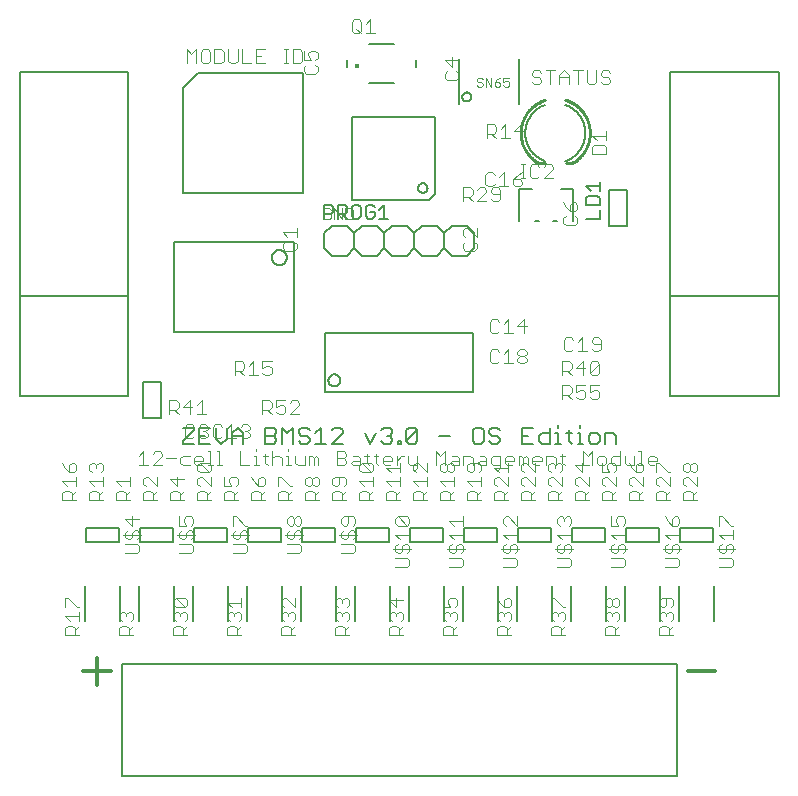
<source format=gbr>
G04 EAGLE Gerber RS-274X export*
G75*
%MOMM*%
%FSLAX34Y34*%
%LPD*%
%INSilkscreen Top*%
%IPPOS*%
%AMOC8*
5,1,8,0,0,1.08239X$1,22.5*%
G01*
%ADD10C,0.127000*%
%ADD11C,0.101600*%
%ADD12C,0.076200*%
%ADD13C,0.304800*%
%ADD14C,0.152400*%
%ADD15C,0.203200*%
%ADD16C,0.364000*%
%ADD17C,0.254000*%


D10*
X121285Y248297D02*
X130606Y248297D01*
X130606Y245967D01*
X121285Y236645D01*
X121285Y234315D01*
X130606Y234315D01*
X135318Y248297D02*
X144639Y248297D01*
X135318Y248297D02*
X135318Y234315D01*
X144639Y234315D01*
X139978Y241306D02*
X135318Y241306D01*
X149351Y238976D02*
X149351Y248297D01*
X149351Y238976D02*
X154011Y234315D01*
X158672Y238976D01*
X158672Y248297D01*
X163383Y243636D02*
X163383Y234315D01*
X163383Y243636D02*
X168044Y248297D01*
X172705Y243636D01*
X172705Y234315D01*
X172705Y241306D02*
X163383Y241306D01*
X191449Y234315D02*
X191449Y248297D01*
X198440Y248297D01*
X200770Y245967D01*
X200770Y243636D01*
X198440Y241306D01*
X200770Y238976D01*
X200770Y236645D01*
X198440Y234315D01*
X191449Y234315D01*
X191449Y241306D02*
X198440Y241306D01*
X205482Y234315D02*
X205482Y248297D01*
X210142Y243636D01*
X214803Y248297D01*
X214803Y234315D01*
X226505Y248297D02*
X228836Y245967D01*
X226505Y248297D02*
X221845Y248297D01*
X219514Y245967D01*
X219514Y243636D01*
X221845Y241306D01*
X226505Y241306D01*
X228836Y238976D01*
X228836Y236645D01*
X226505Y234315D01*
X221845Y234315D01*
X219514Y236645D01*
X233547Y243636D02*
X238208Y248297D01*
X238208Y234315D01*
X233547Y234315D02*
X242869Y234315D01*
X247580Y234315D02*
X256901Y234315D01*
X247580Y234315D02*
X256901Y243636D01*
X256901Y245967D01*
X254571Y248297D01*
X249910Y248297D01*
X247580Y245967D01*
X275646Y243636D02*
X280306Y234315D01*
X284967Y243636D01*
X289678Y245967D02*
X292009Y248297D01*
X296669Y248297D01*
X299000Y245967D01*
X299000Y243636D01*
X296669Y241306D01*
X294339Y241306D01*
X296669Y241306D02*
X299000Y238976D01*
X299000Y236645D01*
X296669Y234315D01*
X292009Y234315D01*
X289678Y236645D01*
X303711Y236645D02*
X303711Y234315D01*
X303711Y236645D02*
X306041Y236645D01*
X306041Y234315D01*
X303711Y234315D01*
X310728Y236645D02*
X310728Y245967D01*
X313058Y248297D01*
X317719Y248297D01*
X320049Y245967D01*
X320049Y236645D01*
X317719Y234315D01*
X313058Y234315D01*
X310728Y236645D01*
X320049Y245967D01*
X338793Y241306D02*
X348114Y241306D01*
X369189Y248297D02*
X373850Y248297D01*
X369189Y248297D02*
X366859Y245967D01*
X366859Y236645D01*
X369189Y234315D01*
X373850Y234315D01*
X376180Y236645D01*
X376180Y245967D01*
X373850Y248297D01*
X387882Y248297D02*
X390213Y245967D01*
X387882Y248297D02*
X383222Y248297D01*
X380891Y245967D01*
X380891Y243636D01*
X383222Y241306D01*
X387882Y241306D01*
X390213Y238976D01*
X390213Y236645D01*
X387882Y234315D01*
X383222Y234315D01*
X380891Y236645D01*
X408957Y248297D02*
X418278Y248297D01*
X408957Y248297D02*
X408957Y234315D01*
X418278Y234315D01*
X413618Y241306D02*
X408957Y241306D01*
X432311Y248297D02*
X432311Y234315D01*
X425320Y234315D01*
X422990Y236645D01*
X422990Y241306D01*
X425320Y243636D01*
X432311Y243636D01*
X437023Y243636D02*
X439353Y243636D01*
X439353Y234315D01*
X437023Y234315D02*
X441683Y234315D01*
X439353Y248297D02*
X439353Y250627D01*
X448708Y245967D02*
X448708Y236645D01*
X451038Y234315D01*
X451038Y243636D02*
X446378Y243636D01*
X455733Y243636D02*
X458063Y243636D01*
X458063Y234315D01*
X455733Y234315D02*
X460394Y234315D01*
X458063Y248297D02*
X458063Y250627D01*
X467418Y234315D02*
X472079Y234315D01*
X474409Y236645D01*
X474409Y241306D01*
X472079Y243636D01*
X467418Y243636D01*
X465088Y241306D01*
X465088Y236645D01*
X467418Y234315D01*
X479121Y234315D02*
X479121Y243636D01*
X486112Y243636D01*
X488442Y241306D01*
X488442Y234315D01*
D11*
X124968Y556768D02*
X124968Y568462D01*
X128866Y564564D01*
X132764Y568462D01*
X132764Y556768D01*
X138611Y568462D02*
X142509Y568462D01*
X138611Y568462D02*
X136662Y566513D01*
X136662Y558717D01*
X138611Y556768D01*
X142509Y556768D01*
X144458Y558717D01*
X144458Y566513D01*
X142509Y568462D01*
X148356Y568462D02*
X148356Y556768D01*
X154203Y556768D01*
X156152Y558717D01*
X156152Y566513D01*
X154203Y568462D01*
X148356Y568462D01*
X160050Y568462D02*
X160050Y558717D01*
X161999Y556768D01*
X165897Y556768D01*
X167846Y558717D01*
X167846Y568462D01*
X171744Y568462D02*
X171744Y556768D01*
X179540Y556768D01*
X183438Y568462D02*
X191234Y568462D01*
X183438Y568462D02*
X183438Y556768D01*
X191234Y556768D01*
X187336Y562615D02*
X183438Y562615D01*
X206826Y556768D02*
X210724Y556768D01*
X208775Y556768D02*
X208775Y568462D01*
X206826Y568462D02*
X210724Y568462D01*
X214622Y568462D02*
X214622Y556768D01*
X220469Y556768D01*
X222418Y558717D01*
X222418Y566513D01*
X220469Y568462D01*
X214622Y568462D01*
D12*
X245114Y433967D02*
X246682Y432399D01*
X245114Y433967D02*
X241979Y433967D01*
X240411Y432399D01*
X240411Y426129D01*
X241979Y424561D01*
X245114Y424561D01*
X246682Y426129D01*
X246682Y429264D01*
X243546Y429264D01*
X249766Y424561D02*
X249766Y433967D01*
X256037Y424561D01*
X256037Y433967D01*
X259121Y433967D02*
X259121Y424561D01*
X263824Y424561D01*
X265392Y426129D01*
X265392Y432399D01*
X263824Y433967D01*
X259121Y433967D01*
D11*
X88226Y228102D02*
X84328Y224204D01*
X88226Y228102D02*
X88226Y216408D01*
X84328Y216408D02*
X92124Y216408D01*
X96022Y216408D02*
X103818Y216408D01*
X96022Y216408D02*
X103818Y224204D01*
X103818Y226153D01*
X101869Y228102D01*
X97971Y228102D01*
X96022Y226153D01*
X107716Y222255D02*
X115512Y222255D01*
X121359Y224204D02*
X127206Y224204D01*
X121359Y224204D02*
X119410Y222255D01*
X119410Y218357D01*
X121359Y216408D01*
X127206Y216408D01*
X133053Y216408D02*
X136951Y216408D01*
X133053Y216408D02*
X131104Y218357D01*
X131104Y222255D01*
X133053Y224204D01*
X136951Y224204D01*
X138900Y222255D01*
X138900Y220306D01*
X131104Y220306D01*
X142798Y228102D02*
X144747Y228102D01*
X144747Y216408D01*
X142798Y216408D02*
X146696Y216408D01*
X150594Y228102D02*
X152543Y228102D01*
X152543Y216408D01*
X150594Y216408D02*
X154492Y216408D01*
X170084Y216408D02*
X170084Y228102D01*
X170084Y216408D02*
X177880Y216408D01*
X181778Y224204D02*
X183727Y224204D01*
X183727Y216408D01*
X181778Y216408D02*
X185676Y216408D01*
X183727Y228102D02*
X183727Y230051D01*
X191523Y226153D02*
X191523Y218357D01*
X193472Y216408D01*
X193472Y224204D02*
X189574Y224204D01*
X197370Y228102D02*
X197370Y216408D01*
X197370Y222255D02*
X199319Y224204D01*
X203217Y224204D01*
X205166Y222255D01*
X205166Y216408D01*
X209064Y224204D02*
X211013Y224204D01*
X211013Y216408D01*
X209064Y216408D02*
X212962Y216408D01*
X211013Y228102D02*
X211013Y230051D01*
X216860Y224204D02*
X216860Y218357D01*
X218809Y216408D01*
X224656Y216408D01*
X224656Y224204D01*
X228554Y224204D02*
X228554Y216408D01*
X228554Y224204D02*
X230503Y224204D01*
X232452Y222255D01*
X232452Y216408D01*
X232452Y222255D02*
X234401Y224204D01*
X236350Y222255D01*
X236350Y216408D01*
X251942Y216408D02*
X251942Y228102D01*
X257788Y228102D01*
X259737Y226153D01*
X259737Y224204D01*
X257788Y222255D01*
X259737Y220306D01*
X259737Y218357D01*
X257788Y216408D01*
X251942Y216408D01*
X251942Y222255D02*
X257788Y222255D01*
X265584Y224204D02*
X269482Y224204D01*
X271431Y222255D01*
X271431Y216408D01*
X265584Y216408D01*
X263635Y218357D01*
X265584Y220306D01*
X271431Y220306D01*
X277278Y218357D02*
X277278Y226153D01*
X277278Y218357D02*
X279227Y216408D01*
X279227Y224204D02*
X275329Y224204D01*
X285074Y226153D02*
X285074Y218357D01*
X287023Y216408D01*
X287023Y224204D02*
X283125Y224204D01*
X292870Y216408D02*
X296768Y216408D01*
X292870Y216408D02*
X290921Y218357D01*
X290921Y222255D01*
X292870Y224204D01*
X296768Y224204D01*
X298717Y222255D01*
X298717Y220306D01*
X290921Y220306D01*
X302615Y216408D02*
X302615Y224204D01*
X302615Y220306D02*
X306513Y224204D01*
X308462Y224204D01*
X312360Y224204D02*
X312360Y218357D01*
X314309Y216408D01*
X320156Y216408D01*
X320156Y214459D02*
X320156Y224204D01*
X320156Y214459D02*
X318207Y212510D01*
X316258Y212510D01*
X335748Y216408D02*
X335748Y228102D01*
X339646Y224204D01*
X343544Y228102D01*
X343544Y216408D01*
X349391Y224204D02*
X353289Y224204D01*
X355238Y222255D01*
X355238Y216408D01*
X349391Y216408D01*
X347442Y218357D01*
X349391Y220306D01*
X355238Y220306D01*
X359136Y216408D02*
X359136Y224204D01*
X364983Y224204D01*
X366932Y222255D01*
X366932Y216408D01*
X372779Y224204D02*
X376677Y224204D01*
X378626Y222255D01*
X378626Y216408D01*
X372779Y216408D01*
X370830Y218357D01*
X372779Y220306D01*
X378626Y220306D01*
X386422Y212510D02*
X388371Y212510D01*
X390320Y214459D01*
X390320Y224204D01*
X384473Y224204D01*
X382524Y222255D01*
X382524Y218357D01*
X384473Y216408D01*
X390320Y216408D01*
X396167Y216408D02*
X400065Y216408D01*
X396167Y216408D02*
X394218Y218357D01*
X394218Y222255D01*
X396167Y224204D01*
X400065Y224204D01*
X402014Y222255D01*
X402014Y220306D01*
X394218Y220306D01*
X405912Y216408D02*
X405912Y224204D01*
X407861Y224204D01*
X409810Y222255D01*
X409810Y216408D01*
X409810Y222255D02*
X411759Y224204D01*
X413708Y222255D01*
X413708Y216408D01*
X419555Y216408D02*
X423453Y216408D01*
X419555Y216408D02*
X417606Y218357D01*
X417606Y222255D01*
X419555Y224204D01*
X423453Y224204D01*
X425402Y222255D01*
X425402Y220306D01*
X417606Y220306D01*
X429300Y216408D02*
X429300Y224204D01*
X435147Y224204D01*
X437096Y222255D01*
X437096Y216408D01*
X442943Y218357D02*
X442943Y226153D01*
X442943Y218357D02*
X444892Y216408D01*
X444892Y224204D02*
X440994Y224204D01*
X460484Y228102D02*
X460484Y216408D01*
X464382Y224204D02*
X460484Y228102D01*
X464382Y224204D02*
X468280Y228102D01*
X468280Y216408D01*
X474127Y216408D02*
X478025Y216408D01*
X479974Y218357D01*
X479974Y222255D01*
X478025Y224204D01*
X474127Y224204D01*
X472178Y222255D01*
X472178Y218357D01*
X474127Y216408D01*
X491668Y216408D02*
X491668Y228102D01*
X491668Y216408D02*
X485821Y216408D01*
X483872Y218357D01*
X483872Y222255D01*
X485821Y224204D01*
X491668Y224204D01*
X495566Y224204D02*
X495566Y218357D01*
X497515Y216408D01*
X503362Y216408D01*
X503362Y224204D01*
X507260Y228102D02*
X509209Y228102D01*
X509209Y216408D01*
X507260Y216408D02*
X511158Y216408D01*
X517005Y216408D02*
X520903Y216408D01*
X517005Y216408D02*
X515056Y218357D01*
X515056Y222255D01*
X517005Y224204D01*
X520903Y224204D01*
X522852Y222255D01*
X522852Y220306D01*
X515056Y220306D01*
D13*
X60472Y41925D02*
X37084Y41925D01*
X48778Y53619D02*
X48778Y30231D01*
X548894Y41925D02*
X572282Y41925D01*
D11*
X424864Y548733D02*
X422915Y550682D01*
X419017Y550682D01*
X417068Y548733D01*
X417068Y546784D01*
X419017Y544835D01*
X422915Y544835D01*
X424864Y542886D01*
X424864Y540937D01*
X422915Y538988D01*
X419017Y538988D01*
X417068Y540937D01*
X432660Y538988D02*
X432660Y550682D01*
X428762Y550682D02*
X436558Y550682D01*
X440456Y546784D02*
X440456Y538988D01*
X440456Y546784D02*
X444354Y550682D01*
X448252Y546784D01*
X448252Y538988D01*
X448252Y544835D02*
X440456Y544835D01*
X456048Y538988D02*
X456048Y550682D01*
X452150Y550682D02*
X459946Y550682D01*
X463844Y550682D02*
X463844Y540937D01*
X465793Y538988D01*
X469691Y538988D01*
X471640Y540937D01*
X471640Y550682D01*
X481385Y550682D02*
X483334Y548733D01*
X481385Y550682D02*
X477487Y550682D01*
X475538Y548733D01*
X475538Y546784D01*
X477487Y544835D01*
X481385Y544835D01*
X483334Y542886D01*
X483334Y540937D01*
X481385Y538988D01*
X477487Y538988D01*
X475538Y540937D01*
D10*
X242300Y328530D02*
X242300Y278530D01*
X242300Y328530D02*
X367300Y328530D01*
X367300Y278530D01*
X242300Y278530D01*
X244800Y288530D02*
X244802Y288671D01*
X244808Y288812D01*
X244818Y288952D01*
X244832Y289092D01*
X244850Y289232D01*
X244871Y289371D01*
X244897Y289510D01*
X244926Y289648D01*
X244960Y289784D01*
X244997Y289920D01*
X245038Y290055D01*
X245083Y290189D01*
X245132Y290321D01*
X245184Y290452D01*
X245240Y290581D01*
X245300Y290708D01*
X245363Y290834D01*
X245429Y290958D01*
X245500Y291081D01*
X245573Y291201D01*
X245650Y291319D01*
X245730Y291435D01*
X245814Y291548D01*
X245900Y291659D01*
X245990Y291768D01*
X246083Y291874D01*
X246178Y291977D01*
X246277Y292078D01*
X246378Y292176D01*
X246482Y292271D01*
X246589Y292363D01*
X246698Y292452D01*
X246810Y292537D01*
X246924Y292620D01*
X247040Y292700D01*
X247159Y292776D01*
X247280Y292848D01*
X247402Y292918D01*
X247527Y292983D01*
X247653Y293046D01*
X247781Y293104D01*
X247911Y293159D01*
X248042Y293211D01*
X248175Y293258D01*
X248309Y293302D01*
X248444Y293343D01*
X248580Y293379D01*
X248717Y293411D01*
X248855Y293440D01*
X248993Y293465D01*
X249133Y293485D01*
X249273Y293502D01*
X249413Y293515D01*
X249554Y293524D01*
X249694Y293529D01*
X249835Y293530D01*
X249976Y293527D01*
X250117Y293520D01*
X250257Y293509D01*
X250397Y293494D01*
X250537Y293475D01*
X250676Y293453D01*
X250814Y293426D01*
X250952Y293396D01*
X251088Y293361D01*
X251224Y293323D01*
X251358Y293281D01*
X251492Y293235D01*
X251624Y293186D01*
X251754Y293132D01*
X251883Y293075D01*
X252010Y293015D01*
X252136Y292951D01*
X252259Y292883D01*
X252381Y292812D01*
X252501Y292738D01*
X252618Y292660D01*
X252733Y292579D01*
X252846Y292495D01*
X252957Y292408D01*
X253065Y292317D01*
X253170Y292224D01*
X253273Y292127D01*
X253373Y292028D01*
X253470Y291926D01*
X253564Y291821D01*
X253655Y291714D01*
X253743Y291604D01*
X253828Y291492D01*
X253910Y291377D01*
X253989Y291260D01*
X254064Y291141D01*
X254136Y291020D01*
X254204Y290897D01*
X254269Y290772D01*
X254331Y290645D01*
X254388Y290516D01*
X254443Y290386D01*
X254493Y290255D01*
X254540Y290122D01*
X254583Y289988D01*
X254622Y289852D01*
X254657Y289716D01*
X254689Y289579D01*
X254716Y289441D01*
X254740Y289302D01*
X254760Y289162D01*
X254776Y289022D01*
X254788Y288882D01*
X254796Y288741D01*
X254800Y288600D01*
X254800Y288460D01*
X254796Y288319D01*
X254788Y288178D01*
X254776Y288038D01*
X254760Y287898D01*
X254740Y287758D01*
X254716Y287619D01*
X254689Y287481D01*
X254657Y287344D01*
X254622Y287208D01*
X254583Y287072D01*
X254540Y286938D01*
X254493Y286805D01*
X254443Y286674D01*
X254388Y286544D01*
X254331Y286415D01*
X254269Y286288D01*
X254204Y286163D01*
X254136Y286040D01*
X254064Y285919D01*
X253989Y285800D01*
X253910Y285683D01*
X253828Y285568D01*
X253743Y285456D01*
X253655Y285346D01*
X253564Y285239D01*
X253470Y285134D01*
X253373Y285032D01*
X253273Y284933D01*
X253170Y284836D01*
X253065Y284743D01*
X252957Y284652D01*
X252846Y284565D01*
X252733Y284481D01*
X252618Y284400D01*
X252501Y284322D01*
X252381Y284248D01*
X252259Y284177D01*
X252136Y284109D01*
X252010Y284045D01*
X251883Y283985D01*
X251754Y283928D01*
X251624Y283874D01*
X251492Y283825D01*
X251358Y283779D01*
X251224Y283737D01*
X251088Y283699D01*
X250952Y283664D01*
X250814Y283634D01*
X250676Y283607D01*
X250537Y283585D01*
X250397Y283566D01*
X250257Y283551D01*
X250117Y283540D01*
X249976Y283533D01*
X249835Y283530D01*
X249694Y283531D01*
X249554Y283536D01*
X249413Y283545D01*
X249273Y283558D01*
X249133Y283575D01*
X248993Y283595D01*
X248855Y283620D01*
X248717Y283649D01*
X248580Y283681D01*
X248444Y283717D01*
X248309Y283758D01*
X248175Y283802D01*
X248042Y283849D01*
X247911Y283901D01*
X247781Y283956D01*
X247653Y284014D01*
X247527Y284077D01*
X247402Y284142D01*
X247280Y284212D01*
X247159Y284284D01*
X247040Y284360D01*
X246924Y284440D01*
X246810Y284523D01*
X246698Y284608D01*
X246589Y284697D01*
X246482Y284789D01*
X246378Y284884D01*
X246277Y284982D01*
X246178Y285083D01*
X246083Y285186D01*
X245990Y285292D01*
X245900Y285401D01*
X245814Y285512D01*
X245730Y285625D01*
X245650Y285741D01*
X245573Y285859D01*
X245500Y285979D01*
X245429Y286102D01*
X245363Y286226D01*
X245300Y286352D01*
X245240Y286479D01*
X245184Y286608D01*
X245132Y286739D01*
X245083Y286871D01*
X245038Y287005D01*
X244997Y287140D01*
X244960Y287276D01*
X244926Y287412D01*
X244897Y287550D01*
X244871Y287689D01*
X244850Y287828D01*
X244832Y287968D01*
X244818Y288108D01*
X244808Y288248D01*
X244802Y288389D01*
X244800Y288530D01*
X215900Y328930D02*
X215900Y405130D01*
X215900Y328930D02*
X114300Y328930D01*
X114300Y405130D01*
X215900Y405130D01*
X196850Y392430D02*
X196852Y392589D01*
X196858Y392748D01*
X196868Y392906D01*
X196882Y393065D01*
X196900Y393223D01*
X196921Y393380D01*
X196947Y393537D01*
X196977Y393693D01*
X197010Y393849D01*
X197048Y394003D01*
X197089Y394157D01*
X197134Y394309D01*
X197183Y394460D01*
X197236Y394610D01*
X197292Y394759D01*
X197353Y394906D01*
X197416Y395051D01*
X197484Y395195D01*
X197555Y395338D01*
X197629Y395478D01*
X197707Y395616D01*
X197789Y395753D01*
X197874Y395887D01*
X197962Y396020D01*
X198053Y396150D01*
X198148Y396277D01*
X198246Y396402D01*
X198347Y396525D01*
X198451Y396645D01*
X198558Y396763D01*
X198668Y396878D01*
X198781Y396990D01*
X198896Y397099D01*
X199014Y397205D01*
X199135Y397309D01*
X199259Y397409D01*
X199384Y397506D01*
X199513Y397600D01*
X199643Y397690D01*
X199776Y397778D01*
X199911Y397862D01*
X200048Y397942D01*
X200187Y398020D01*
X200328Y398093D01*
X200470Y398163D01*
X200615Y398230D01*
X200761Y398293D01*
X200908Y398352D01*
X201057Y398408D01*
X201208Y398459D01*
X201359Y398507D01*
X201512Y398551D01*
X201666Y398592D01*
X201820Y398628D01*
X201976Y398661D01*
X202132Y398690D01*
X202289Y398714D01*
X202447Y398735D01*
X202605Y398752D01*
X202763Y398765D01*
X202922Y398774D01*
X203081Y398779D01*
X203240Y398780D01*
X203399Y398777D01*
X203557Y398770D01*
X203716Y398759D01*
X203874Y398744D01*
X204032Y398725D01*
X204189Y398702D01*
X204346Y398676D01*
X204502Y398645D01*
X204657Y398611D01*
X204811Y398572D01*
X204965Y398530D01*
X205117Y398484D01*
X205268Y398434D01*
X205417Y398380D01*
X205566Y398323D01*
X205712Y398262D01*
X205858Y398197D01*
X206001Y398129D01*
X206143Y398057D01*
X206283Y397981D01*
X206421Y397903D01*
X206557Y397820D01*
X206691Y397735D01*
X206822Y397646D01*
X206952Y397553D01*
X207079Y397458D01*
X207203Y397359D01*
X207326Y397257D01*
X207445Y397153D01*
X207562Y397045D01*
X207676Y396934D01*
X207787Y396821D01*
X207896Y396705D01*
X208001Y396586D01*
X208104Y396464D01*
X208203Y396340D01*
X208300Y396214D01*
X208393Y396085D01*
X208483Y395954D01*
X208569Y395820D01*
X208652Y395685D01*
X208732Y395547D01*
X208808Y395408D01*
X208881Y395267D01*
X208950Y395124D01*
X209016Y394979D01*
X209078Y394832D01*
X209136Y394685D01*
X209191Y394535D01*
X209242Y394385D01*
X209289Y394233D01*
X209332Y394080D01*
X209371Y393926D01*
X209407Y393771D01*
X209438Y393615D01*
X209466Y393459D01*
X209490Y393302D01*
X209510Y393144D01*
X209526Y392986D01*
X209538Y392827D01*
X209546Y392668D01*
X209550Y392509D01*
X209550Y392351D01*
X209546Y392192D01*
X209538Y392033D01*
X209526Y391874D01*
X209510Y391716D01*
X209490Y391558D01*
X209466Y391401D01*
X209438Y391245D01*
X209407Y391089D01*
X209371Y390934D01*
X209332Y390780D01*
X209289Y390627D01*
X209242Y390475D01*
X209191Y390325D01*
X209136Y390175D01*
X209078Y390028D01*
X209016Y389881D01*
X208950Y389736D01*
X208881Y389593D01*
X208808Y389452D01*
X208732Y389313D01*
X208652Y389175D01*
X208569Y389040D01*
X208483Y388906D01*
X208393Y388775D01*
X208300Y388646D01*
X208203Y388520D01*
X208104Y388396D01*
X208001Y388274D01*
X207896Y388155D01*
X207787Y388039D01*
X207676Y387926D01*
X207562Y387815D01*
X207445Y387707D01*
X207326Y387603D01*
X207203Y387501D01*
X207079Y387402D01*
X206952Y387307D01*
X206822Y387214D01*
X206691Y387125D01*
X206557Y387040D01*
X206421Y386957D01*
X206283Y386879D01*
X206143Y386803D01*
X206001Y386731D01*
X205858Y386663D01*
X205712Y386598D01*
X205566Y386537D01*
X205417Y386480D01*
X205268Y386426D01*
X205117Y386376D01*
X204965Y386330D01*
X204811Y386288D01*
X204657Y386249D01*
X204502Y386215D01*
X204346Y386184D01*
X204189Y386158D01*
X204032Y386135D01*
X203874Y386116D01*
X203716Y386101D01*
X203557Y386090D01*
X203399Y386083D01*
X203240Y386080D01*
X203081Y386081D01*
X202922Y386086D01*
X202763Y386095D01*
X202605Y386108D01*
X202447Y386125D01*
X202289Y386146D01*
X202132Y386170D01*
X201976Y386199D01*
X201820Y386232D01*
X201666Y386268D01*
X201512Y386309D01*
X201359Y386353D01*
X201208Y386401D01*
X201057Y386452D01*
X200908Y386508D01*
X200761Y386567D01*
X200615Y386630D01*
X200470Y386697D01*
X200328Y386767D01*
X200187Y386840D01*
X200048Y386918D01*
X199911Y386998D01*
X199776Y387082D01*
X199643Y387170D01*
X199513Y387260D01*
X199384Y387354D01*
X199259Y387451D01*
X199135Y387551D01*
X199014Y387655D01*
X198896Y387761D01*
X198781Y387870D01*
X198668Y387982D01*
X198558Y388097D01*
X198451Y388215D01*
X198347Y388335D01*
X198246Y388458D01*
X198148Y388583D01*
X198053Y388710D01*
X197962Y388840D01*
X197874Y388973D01*
X197789Y389107D01*
X197707Y389244D01*
X197629Y389382D01*
X197555Y389522D01*
X197484Y389665D01*
X197416Y389809D01*
X197353Y389954D01*
X197292Y390101D01*
X197236Y390250D01*
X197183Y390400D01*
X197134Y390551D01*
X197089Y390703D01*
X197048Y390857D01*
X197010Y391011D01*
X196977Y391167D01*
X196947Y391323D01*
X196921Y391480D01*
X196900Y391637D01*
X196882Y391795D01*
X196868Y391954D01*
X196858Y392112D01*
X196852Y392271D01*
X196850Y392430D01*
D11*
X152883Y250962D02*
X154832Y249013D01*
X152883Y250962D02*
X148985Y250962D01*
X147036Y249013D01*
X147036Y241217D01*
X148985Y239268D01*
X152883Y239268D01*
X154832Y241217D01*
X158730Y247064D02*
X162628Y250962D01*
X162628Y239268D01*
X158730Y239268D02*
X166526Y239268D01*
X170424Y249013D02*
X172373Y250962D01*
X176271Y250962D01*
X178220Y249013D01*
X178220Y247064D01*
X176271Y245115D01*
X174322Y245115D01*
X176271Y245115D02*
X178220Y243166D01*
X178220Y241217D01*
X176271Y239268D01*
X172373Y239268D01*
X170424Y241217D01*
X387355Y339862D02*
X389304Y337913D01*
X387355Y339862D02*
X383457Y339862D01*
X381508Y337913D01*
X381508Y330117D01*
X383457Y328168D01*
X387355Y328168D01*
X389304Y330117D01*
X393202Y335964D02*
X397100Y339862D01*
X397100Y328168D01*
X393202Y328168D02*
X400998Y328168D01*
X410743Y328168D02*
X410743Y339862D01*
X404896Y334015D01*
X412692Y334015D01*
D14*
X406536Y423316D02*
X406536Y450444D01*
X417124Y450444D01*
X451984Y450444D02*
X451984Y423316D01*
X451984Y450444D02*
X441896Y450444D01*
X423484Y423236D02*
X419896Y423236D01*
X434896Y423236D02*
X438484Y423236D01*
D11*
X411616Y459398D02*
X407718Y459398D01*
X409667Y459398D02*
X409667Y471092D01*
X407718Y471092D02*
X411616Y471092D01*
X421361Y471092D02*
X423310Y469143D01*
X421361Y471092D02*
X417463Y471092D01*
X415514Y469143D01*
X415514Y461347D01*
X417463Y459398D01*
X421361Y459398D01*
X423310Y461347D01*
X427208Y459398D02*
X435004Y459398D01*
X427208Y459398D02*
X435004Y467194D01*
X435004Y469143D01*
X433055Y471092D01*
X429157Y471092D01*
X427208Y469143D01*
X385494Y462373D02*
X383545Y464322D01*
X379647Y464322D01*
X377698Y462373D01*
X377698Y454577D01*
X379647Y452628D01*
X383545Y452628D01*
X385494Y454577D01*
X389392Y460424D02*
X393290Y464322D01*
X393290Y452628D01*
X389392Y452628D02*
X397188Y452628D01*
X404984Y462373D02*
X408882Y464322D01*
X404984Y462373D02*
X401086Y458475D01*
X401086Y454577D01*
X403035Y452628D01*
X406933Y452628D01*
X408882Y454577D01*
X408882Y456526D01*
X406933Y458475D01*
X401086Y458475D01*
X468018Y479728D02*
X479712Y479728D01*
X479712Y485575D01*
X477763Y487524D01*
X469967Y487524D01*
X468018Y485575D01*
X468018Y479728D01*
X471916Y491422D02*
X468018Y495320D01*
X479712Y495320D01*
X479712Y491422D02*
X479712Y499218D01*
D10*
X497840Y449580D02*
X497840Y419100D01*
X482600Y419100D01*
X482600Y449580D01*
X497840Y449580D01*
D11*
X188946Y271282D02*
X188946Y259588D01*
X188946Y271282D02*
X194793Y271282D01*
X196742Y269333D01*
X196742Y265435D01*
X194793Y263486D01*
X188946Y263486D01*
X192844Y263486D02*
X196742Y259588D01*
X200640Y271282D02*
X208436Y271282D01*
X200640Y271282D02*
X200640Y265435D01*
X204538Y267384D01*
X206487Y267384D01*
X208436Y265435D01*
X208436Y261537D01*
X206487Y259588D01*
X202589Y259588D01*
X200640Y261537D01*
X212334Y259588D02*
X220130Y259588D01*
X212334Y259588D02*
X220130Y267384D01*
X220130Y269333D01*
X218181Y271282D01*
X214283Y271282D01*
X212334Y269333D01*
X387355Y314462D02*
X389304Y312513D01*
X387355Y314462D02*
X383457Y314462D01*
X381508Y312513D01*
X381508Y304717D01*
X383457Y302768D01*
X387355Y302768D01*
X389304Y304717D01*
X393202Y310564D02*
X397100Y314462D01*
X397100Y302768D01*
X393202Y302768D02*
X400998Y302768D01*
X404896Y312513D02*
X406845Y314462D01*
X410743Y314462D01*
X412692Y312513D01*
X412692Y310564D01*
X410743Y308615D01*
X412692Y306666D01*
X412692Y304717D01*
X410743Y302768D01*
X406845Y302768D01*
X404896Y304717D01*
X404896Y306666D01*
X406845Y308615D01*
X404896Y310564D01*
X404896Y312513D01*
X406845Y308615D02*
X410743Y308615D01*
X442946Y283982D02*
X442946Y272288D01*
X442946Y283982D02*
X448793Y283982D01*
X450742Y282033D01*
X450742Y278135D01*
X448793Y276186D01*
X442946Y276186D01*
X446844Y276186D02*
X450742Y272288D01*
X454640Y283982D02*
X462436Y283982D01*
X454640Y283982D02*
X454640Y278135D01*
X458538Y280084D01*
X460487Y280084D01*
X462436Y278135D01*
X462436Y274237D01*
X460487Y272288D01*
X456589Y272288D01*
X454640Y274237D01*
X466334Y283982D02*
X474130Y283982D01*
X466334Y283982D02*
X466334Y278135D01*
X470232Y280084D01*
X472181Y280084D01*
X474130Y278135D01*
X474130Y274237D01*
X472181Y272288D01*
X468283Y272288D01*
X466334Y274237D01*
X452012Y322673D02*
X450063Y324622D01*
X446165Y324622D01*
X444216Y322673D01*
X444216Y314877D01*
X446165Y312928D01*
X450063Y312928D01*
X452012Y314877D01*
X455910Y320724D02*
X459808Y324622D01*
X459808Y312928D01*
X455910Y312928D02*
X463706Y312928D01*
X467604Y314877D02*
X469553Y312928D01*
X473451Y312928D01*
X475400Y314877D01*
X475400Y322673D01*
X473451Y324622D01*
X469553Y324622D01*
X467604Y322673D01*
X467604Y320724D01*
X469553Y318775D01*
X475400Y318775D01*
D10*
X223520Y447040D02*
X121920Y447040D01*
X121920Y535940D01*
X134620Y548640D01*
X223520Y548640D01*
X223520Y447040D01*
X355600Y521970D02*
X355600Y560070D01*
X406400Y560070D02*
X406400Y521970D01*
X358140Y528320D02*
X358142Y528443D01*
X358148Y528567D01*
X358158Y528690D01*
X358172Y528812D01*
X358190Y528934D01*
X358212Y529056D01*
X358237Y529176D01*
X358267Y529296D01*
X358301Y529415D01*
X358338Y529533D01*
X358379Y529649D01*
X358424Y529764D01*
X358473Y529877D01*
X358525Y529989D01*
X358581Y530099D01*
X358640Y530207D01*
X358703Y530313D01*
X358769Y530417D01*
X358839Y530519D01*
X358912Y530619D01*
X358988Y530716D01*
X359067Y530811D01*
X359149Y530903D01*
X359234Y530992D01*
X359322Y531079D01*
X359413Y531162D01*
X359506Y531243D01*
X359602Y531321D01*
X359701Y531395D01*
X359801Y531466D01*
X359904Y531534D01*
X360009Y531599D01*
X360117Y531660D01*
X360226Y531718D01*
X360337Y531772D01*
X360449Y531822D01*
X360564Y531869D01*
X360679Y531912D01*
X360796Y531951D01*
X360914Y531987D01*
X361034Y532018D01*
X361154Y532046D01*
X361275Y532070D01*
X361397Y532090D01*
X361519Y532106D01*
X361642Y532118D01*
X361765Y532126D01*
X361888Y532130D01*
X362012Y532130D01*
X362135Y532126D01*
X362258Y532118D01*
X362381Y532106D01*
X362503Y532090D01*
X362625Y532070D01*
X362746Y532046D01*
X362866Y532018D01*
X362986Y531987D01*
X363104Y531951D01*
X363221Y531912D01*
X363336Y531869D01*
X363451Y531822D01*
X363563Y531772D01*
X363674Y531718D01*
X363783Y531660D01*
X363891Y531599D01*
X363996Y531534D01*
X364099Y531466D01*
X364199Y531395D01*
X364298Y531321D01*
X364394Y531243D01*
X364487Y531162D01*
X364578Y531079D01*
X364666Y530992D01*
X364751Y530903D01*
X364833Y530811D01*
X364912Y530716D01*
X364988Y530619D01*
X365061Y530519D01*
X365131Y530417D01*
X365197Y530313D01*
X365260Y530207D01*
X365319Y530099D01*
X365375Y529989D01*
X365427Y529877D01*
X365476Y529764D01*
X365521Y529649D01*
X365562Y529533D01*
X365599Y529415D01*
X365633Y529296D01*
X365663Y529176D01*
X365688Y529056D01*
X365710Y528934D01*
X365728Y528812D01*
X365742Y528690D01*
X365752Y528567D01*
X365758Y528443D01*
X365760Y528320D01*
X365758Y528197D01*
X365752Y528073D01*
X365742Y527950D01*
X365728Y527828D01*
X365710Y527706D01*
X365688Y527584D01*
X365663Y527464D01*
X365633Y527344D01*
X365599Y527225D01*
X365562Y527107D01*
X365521Y526991D01*
X365476Y526876D01*
X365427Y526763D01*
X365375Y526651D01*
X365319Y526541D01*
X365260Y526433D01*
X365197Y526327D01*
X365131Y526223D01*
X365061Y526121D01*
X364988Y526021D01*
X364912Y525924D01*
X364833Y525829D01*
X364751Y525737D01*
X364666Y525648D01*
X364578Y525561D01*
X364487Y525478D01*
X364394Y525397D01*
X364298Y525319D01*
X364199Y525245D01*
X364099Y525174D01*
X363996Y525106D01*
X363891Y525041D01*
X363783Y524980D01*
X363674Y524922D01*
X363563Y524868D01*
X363451Y524818D01*
X363336Y524771D01*
X363221Y524728D01*
X363104Y524689D01*
X362986Y524653D01*
X362866Y524622D01*
X362746Y524594D01*
X362625Y524570D01*
X362503Y524550D01*
X362381Y524534D01*
X362258Y524522D01*
X362135Y524514D01*
X362012Y524510D01*
X361888Y524510D01*
X361765Y524514D01*
X361642Y524522D01*
X361519Y524534D01*
X361397Y524550D01*
X361275Y524570D01*
X361154Y524594D01*
X361034Y524622D01*
X360914Y524653D01*
X360796Y524689D01*
X360679Y524728D01*
X360564Y524771D01*
X360449Y524818D01*
X360337Y524868D01*
X360226Y524922D01*
X360117Y524980D01*
X360009Y525041D01*
X359904Y525106D01*
X359801Y525174D01*
X359701Y525245D01*
X359602Y525319D01*
X359506Y525397D01*
X359413Y525478D01*
X359322Y525561D01*
X359234Y525648D01*
X359149Y525737D01*
X359067Y525829D01*
X358988Y525924D01*
X358912Y526021D01*
X358839Y526121D01*
X358769Y526223D01*
X358703Y526327D01*
X358640Y526433D01*
X358581Y526541D01*
X358525Y526651D01*
X358473Y526763D01*
X358424Y526876D01*
X358379Y526991D01*
X358338Y527107D01*
X358301Y527225D01*
X358267Y527344D01*
X358237Y527464D01*
X358212Y527584D01*
X358190Y527706D01*
X358172Y527828D01*
X358158Y527950D01*
X358148Y528073D01*
X358142Y528197D01*
X358140Y528320D01*
D12*
X374181Y544455D02*
X375409Y543227D01*
X374181Y544455D02*
X371723Y544455D01*
X370494Y543227D01*
X370494Y541998D01*
X371723Y540769D01*
X374181Y540769D01*
X375409Y539540D01*
X375409Y538312D01*
X374181Y537083D01*
X371723Y537083D01*
X370494Y538312D01*
X377979Y537083D02*
X377979Y544455D01*
X382893Y537083D01*
X382893Y544455D01*
X387920Y543227D02*
X390378Y544455D01*
X387920Y543227D02*
X385463Y540769D01*
X385463Y538312D01*
X386691Y537083D01*
X389149Y537083D01*
X390378Y538312D01*
X390378Y539540D01*
X389149Y540769D01*
X385463Y540769D01*
X392947Y544455D02*
X397862Y544455D01*
X392947Y544455D02*
X392947Y540769D01*
X395404Y541998D01*
X396633Y541998D01*
X397862Y540769D01*
X397862Y538312D01*
X396633Y537083D01*
X394176Y537083D01*
X392947Y538312D01*
D10*
X329720Y441250D02*
X264720Y441250D01*
X264720Y511250D01*
X334720Y511250D01*
X334720Y446250D01*
X329720Y441250D01*
X320720Y451250D02*
X320722Y451376D01*
X320728Y451502D01*
X320738Y451628D01*
X320752Y451754D01*
X320770Y451879D01*
X320792Y452003D01*
X320817Y452127D01*
X320847Y452250D01*
X320880Y452371D01*
X320918Y452492D01*
X320959Y452611D01*
X321004Y452730D01*
X321052Y452846D01*
X321104Y452961D01*
X321160Y453074D01*
X321220Y453186D01*
X321283Y453295D01*
X321349Y453403D01*
X321418Y453508D01*
X321491Y453611D01*
X321568Y453712D01*
X321647Y453810D01*
X321729Y453906D01*
X321815Y453999D01*
X321903Y454090D01*
X321994Y454177D01*
X322088Y454262D01*
X322184Y454343D01*
X322283Y454422D01*
X322384Y454497D01*
X322488Y454569D01*
X322594Y454638D01*
X322702Y454704D01*
X322812Y454766D01*
X322924Y454824D01*
X323037Y454879D01*
X323153Y454930D01*
X323270Y454978D01*
X323388Y455022D01*
X323508Y455062D01*
X323629Y455098D01*
X323751Y455131D01*
X323874Y455160D01*
X323998Y455184D01*
X324122Y455205D01*
X324247Y455222D01*
X324373Y455235D01*
X324499Y455244D01*
X324625Y455249D01*
X324752Y455250D01*
X324878Y455247D01*
X325004Y455240D01*
X325130Y455229D01*
X325255Y455214D01*
X325380Y455195D01*
X325504Y455172D01*
X325628Y455146D01*
X325750Y455115D01*
X325872Y455081D01*
X325992Y455042D01*
X326111Y455000D01*
X326229Y454955D01*
X326345Y454905D01*
X326460Y454852D01*
X326572Y454795D01*
X326683Y454735D01*
X326792Y454671D01*
X326899Y454604D01*
X327004Y454534D01*
X327107Y454460D01*
X327207Y454383D01*
X327305Y454303D01*
X327400Y454220D01*
X327492Y454134D01*
X327582Y454045D01*
X327669Y453953D01*
X327752Y453859D01*
X327833Y453762D01*
X327911Y453662D01*
X327986Y453560D01*
X328057Y453456D01*
X328125Y453349D01*
X328189Y453241D01*
X328250Y453130D01*
X328308Y453018D01*
X328362Y452904D01*
X328412Y452788D01*
X328459Y452671D01*
X328502Y452552D01*
X328541Y452432D01*
X328577Y452311D01*
X328608Y452188D01*
X328636Y452065D01*
X328660Y451941D01*
X328680Y451816D01*
X328696Y451691D01*
X328708Y451565D01*
X328716Y451439D01*
X328720Y451313D01*
X328720Y451187D01*
X328716Y451061D01*
X328708Y450935D01*
X328696Y450809D01*
X328680Y450684D01*
X328660Y450559D01*
X328636Y450435D01*
X328608Y450312D01*
X328577Y450189D01*
X328541Y450068D01*
X328502Y449948D01*
X328459Y449829D01*
X328412Y449712D01*
X328362Y449596D01*
X328308Y449482D01*
X328250Y449370D01*
X328189Y449259D01*
X328125Y449151D01*
X328057Y449044D01*
X327986Y448940D01*
X327911Y448838D01*
X327833Y448738D01*
X327752Y448641D01*
X327669Y448547D01*
X327582Y448455D01*
X327492Y448366D01*
X327400Y448280D01*
X327305Y448197D01*
X327207Y448117D01*
X327107Y448040D01*
X327004Y447966D01*
X326899Y447896D01*
X326792Y447829D01*
X326683Y447765D01*
X326572Y447705D01*
X326460Y447648D01*
X326345Y447595D01*
X326229Y447545D01*
X326111Y447500D01*
X325992Y447458D01*
X325872Y447419D01*
X325750Y447385D01*
X325628Y447354D01*
X325504Y447328D01*
X325380Y447305D01*
X325255Y447286D01*
X325130Y447271D01*
X325004Y447260D01*
X324878Y447253D01*
X324752Y447250D01*
X324625Y447251D01*
X324499Y447256D01*
X324373Y447265D01*
X324247Y447278D01*
X324122Y447295D01*
X323998Y447316D01*
X323874Y447340D01*
X323751Y447369D01*
X323629Y447402D01*
X323508Y447438D01*
X323388Y447478D01*
X323270Y447522D01*
X323153Y447570D01*
X323037Y447621D01*
X322924Y447676D01*
X322812Y447734D01*
X322702Y447796D01*
X322594Y447862D01*
X322488Y447931D01*
X322384Y448003D01*
X322283Y448078D01*
X322184Y448157D01*
X322088Y448238D01*
X321994Y448323D01*
X321903Y448410D01*
X321815Y448501D01*
X321729Y448594D01*
X321647Y448690D01*
X321568Y448788D01*
X321491Y448889D01*
X321418Y448992D01*
X321349Y449097D01*
X321283Y449205D01*
X321220Y449314D01*
X321160Y449426D01*
X321104Y449539D01*
X321052Y449654D01*
X321004Y449770D01*
X320959Y449889D01*
X320918Y450008D01*
X320880Y450129D01*
X320847Y450250D01*
X320817Y450373D01*
X320792Y450497D01*
X320770Y450621D01*
X320752Y450746D01*
X320738Y450872D01*
X320728Y450998D01*
X320722Y451124D01*
X320720Y451250D01*
D14*
X323850Y419100D02*
X336550Y419100D01*
X342900Y412750D01*
X342900Y400050D01*
X336550Y393700D01*
X298450Y419100D02*
X292100Y412750D01*
X298450Y419100D02*
X311150Y419100D01*
X317500Y412750D01*
X317500Y400050D01*
X311150Y393700D01*
X298450Y393700D01*
X292100Y400050D01*
X317500Y412750D02*
X323850Y419100D01*
X317500Y400050D02*
X323850Y393700D01*
X336550Y393700D01*
X260350Y419100D02*
X247650Y419100D01*
X260350Y419100D02*
X266700Y412750D01*
X266700Y400050D01*
X260350Y393700D01*
X266700Y412750D02*
X273050Y419100D01*
X285750Y419100D01*
X292100Y412750D01*
X292100Y400050D01*
X285750Y393700D01*
X273050Y393700D01*
X266700Y400050D01*
X241300Y400050D02*
X241300Y412750D01*
X247650Y419100D01*
X241300Y400050D02*
X247650Y393700D01*
X260350Y393700D01*
X349250Y419100D02*
X361950Y419100D01*
X368300Y412750D01*
X368300Y400050D01*
X361950Y393700D01*
X342900Y412750D02*
X349250Y419100D01*
X342900Y400050D02*
X349250Y393700D01*
X361950Y393700D01*
D10*
X241173Y425323D02*
X241173Y436763D01*
X246893Y436763D01*
X248800Y434856D01*
X248800Y431043D01*
X246893Y429136D01*
X241173Y429136D01*
X252867Y425323D02*
X252867Y436763D01*
X258587Y436763D01*
X260493Y434856D01*
X260493Y431043D01*
X258587Y429136D01*
X252867Y429136D01*
X256680Y429136D02*
X260493Y425323D01*
X266468Y436763D02*
X270281Y436763D01*
X266468Y436763D02*
X264561Y434856D01*
X264561Y427230D01*
X266468Y425323D01*
X270281Y425323D01*
X272187Y427230D01*
X272187Y434856D01*
X270281Y436763D01*
X281975Y436763D02*
X283881Y434856D01*
X281975Y436763D02*
X278162Y436763D01*
X276255Y434856D01*
X276255Y427230D01*
X278162Y425323D01*
X281975Y425323D01*
X283881Y427230D01*
X283881Y431043D01*
X280068Y431043D01*
X287949Y432950D02*
X291762Y436763D01*
X291762Y425323D01*
X287949Y425323D02*
X295575Y425323D01*
D11*
X358638Y403865D02*
X360587Y405814D01*
X358638Y403865D02*
X358638Y399967D01*
X360587Y398018D01*
X368383Y398018D01*
X370332Y399967D01*
X370332Y403865D01*
X368383Y405814D01*
X370332Y409712D02*
X370332Y417508D01*
X370332Y409712D02*
X362536Y417508D01*
X360587Y417508D01*
X358638Y415559D01*
X358638Y411661D01*
X360587Y409712D01*
X378968Y493268D02*
X378968Y504962D01*
X384815Y504962D01*
X386764Y503013D01*
X386764Y499115D01*
X384815Y497166D01*
X378968Y497166D01*
X382866Y497166D02*
X386764Y493268D01*
X390662Y501064D02*
X394560Y504962D01*
X394560Y493268D01*
X390662Y493268D02*
X398458Y493268D01*
X408203Y493268D02*
X408203Y504962D01*
X402356Y499115D01*
X410152Y499115D01*
X165608Y304302D02*
X165608Y292608D01*
X165608Y304302D02*
X171455Y304302D01*
X173404Y302353D01*
X173404Y298455D01*
X171455Y296506D01*
X165608Y296506D01*
X169506Y296506D02*
X173404Y292608D01*
X177302Y300404D02*
X181200Y304302D01*
X181200Y292608D01*
X177302Y292608D02*
X185098Y292608D01*
X188996Y304302D02*
X196792Y304302D01*
X188996Y304302D02*
X188996Y298455D01*
X192894Y300404D01*
X194843Y300404D01*
X196792Y298455D01*
X196792Y294557D01*
X194843Y292608D01*
X190945Y292608D01*
X188996Y294557D01*
X130966Y249013D02*
X129017Y250962D01*
X125119Y250962D01*
X123170Y249013D01*
X123170Y241217D01*
X125119Y239268D01*
X129017Y239268D01*
X130966Y241217D01*
X134864Y249013D02*
X136813Y250962D01*
X140711Y250962D01*
X142660Y249013D01*
X142660Y247064D01*
X140711Y245115D01*
X138762Y245115D01*
X140711Y245115D02*
X142660Y243166D01*
X142660Y241217D01*
X140711Y239268D01*
X136813Y239268D01*
X134864Y241217D01*
D15*
X279060Y572760D02*
X300060Y572760D01*
X318560Y559260D02*
X318560Y553260D01*
X300060Y539760D02*
X279060Y539760D01*
X260560Y553260D02*
X260560Y559260D01*
D16*
X269060Y554260D03*
D11*
X264668Y584117D02*
X264668Y591913D01*
X266617Y593862D01*
X270515Y593862D01*
X272464Y591913D01*
X272464Y584117D01*
X270515Y582168D01*
X266617Y582168D01*
X264668Y584117D01*
X268566Y586066D02*
X272464Y582168D01*
X276362Y589964D02*
X280260Y593862D01*
X280260Y582168D01*
X276362Y582168D02*
X284158Y582168D01*
X343398Y548117D02*
X345347Y550066D01*
X343398Y548117D02*
X343398Y544219D01*
X345347Y542270D01*
X353143Y542270D01*
X355092Y544219D01*
X355092Y548117D01*
X353143Y550066D01*
X355092Y559811D02*
X343398Y559811D01*
X349245Y553964D01*
X349245Y561760D01*
X225967Y555674D02*
X224018Y553725D01*
X224018Y549827D01*
X225967Y547878D01*
X233763Y547878D01*
X235712Y549827D01*
X235712Y553725D01*
X233763Y555674D01*
X224018Y559572D02*
X224018Y567368D01*
X224018Y559572D02*
X229865Y559572D01*
X227916Y563470D01*
X227916Y565419D01*
X229865Y567368D01*
X233763Y567368D01*
X235712Y565419D01*
X235712Y561521D01*
X233763Y559572D01*
D10*
X67340Y151480D02*
X39340Y151480D01*
X39340Y163480D01*
X67340Y163480D01*
X67340Y151480D01*
D11*
X72888Y141956D02*
X82633Y141956D01*
X84582Y143905D01*
X84582Y147803D01*
X82633Y149752D01*
X72888Y149752D01*
X82633Y153650D02*
X84582Y155599D01*
X84582Y159497D01*
X82633Y161446D01*
X80684Y161446D01*
X78735Y159497D01*
X78735Y155599D01*
X76786Y153650D01*
X74837Y153650D01*
X72888Y155599D01*
X72888Y159497D01*
X74837Y161446D01*
X70939Y157548D02*
X86531Y157548D01*
X84582Y171191D02*
X72888Y171191D01*
X78735Y165344D01*
X78735Y173140D01*
X54102Y187198D02*
X42408Y187198D01*
X42408Y193045D01*
X44357Y194994D01*
X48255Y194994D01*
X50204Y193045D01*
X50204Y187198D01*
X50204Y191096D02*
X54102Y194994D01*
X46306Y198892D02*
X42408Y202790D01*
X54102Y202790D01*
X54102Y198892D02*
X54102Y206688D01*
X44357Y210586D02*
X42408Y212535D01*
X42408Y216433D01*
X44357Y218382D01*
X46306Y218382D01*
X48255Y216433D01*
X48255Y214484D01*
X48255Y216433D02*
X50204Y218382D01*
X52153Y218382D01*
X54102Y216433D01*
X54102Y212535D01*
X52153Y210586D01*
X31242Y187198D02*
X19548Y187198D01*
X19548Y193045D01*
X21497Y194994D01*
X25395Y194994D01*
X27344Y193045D01*
X27344Y187198D01*
X27344Y191096D02*
X31242Y194994D01*
X23446Y198892D02*
X19548Y202790D01*
X31242Y202790D01*
X31242Y198892D02*
X31242Y206688D01*
X21497Y214484D02*
X19548Y218382D01*
X21497Y214484D02*
X25395Y210586D01*
X29293Y210586D01*
X31242Y212535D01*
X31242Y216433D01*
X29293Y218382D01*
X27344Y218382D01*
X25395Y216433D01*
X25395Y210586D01*
D14*
X38610Y114040D02*
X38610Y84330D01*
X68070Y84330D02*
X68070Y114040D01*
D11*
X33782Y72898D02*
X22088Y72898D01*
X22088Y78745D01*
X24037Y80694D01*
X27935Y80694D01*
X29884Y78745D01*
X29884Y72898D01*
X29884Y76796D02*
X33782Y80694D01*
X25986Y84592D02*
X22088Y88490D01*
X33782Y88490D01*
X33782Y84592D02*
X33782Y92388D01*
X22088Y96286D02*
X22088Y104082D01*
X24037Y104082D01*
X31833Y96286D01*
X33782Y96286D01*
X65268Y187198D02*
X76962Y187198D01*
X65268Y187198D02*
X65268Y193045D01*
X67217Y194994D01*
X71115Y194994D01*
X73064Y193045D01*
X73064Y187198D01*
X73064Y191096D02*
X76962Y194994D01*
X69166Y198892D02*
X65268Y202790D01*
X76962Y202790D01*
X76962Y198892D02*
X76962Y206688D01*
D10*
X85060Y151480D02*
X113060Y151480D01*
X85060Y151480D02*
X85060Y163480D01*
X113060Y163480D01*
X113060Y151480D01*
D11*
X118608Y141956D02*
X128353Y141956D01*
X130302Y143905D01*
X130302Y147803D01*
X128353Y149752D01*
X118608Y149752D01*
X128353Y153650D02*
X130302Y155599D01*
X130302Y159497D01*
X128353Y161446D01*
X126404Y161446D01*
X124455Y159497D01*
X124455Y155599D01*
X122506Y153650D01*
X120557Y153650D01*
X118608Y155599D01*
X118608Y159497D01*
X120557Y161446D01*
X116659Y157548D02*
X132251Y157548D01*
X118608Y165344D02*
X118608Y173140D01*
X118608Y165344D02*
X124455Y165344D01*
X122506Y169242D01*
X122506Y171191D01*
X124455Y173140D01*
X128353Y173140D01*
X130302Y171191D01*
X130302Y167293D01*
X128353Y165344D01*
X99822Y187198D02*
X88128Y187198D01*
X88128Y193045D01*
X90077Y194994D01*
X93975Y194994D01*
X95924Y193045D01*
X95924Y187198D01*
X95924Y191096D02*
X99822Y194994D01*
X99822Y198892D02*
X99822Y206688D01*
X99822Y198892D02*
X92026Y206688D01*
X90077Y206688D01*
X88128Y204739D01*
X88128Y200841D01*
X90077Y198892D01*
D14*
X84330Y114040D02*
X84330Y84330D01*
X113790Y84330D02*
X113790Y114040D01*
D11*
X79502Y72898D02*
X67808Y72898D01*
X67808Y78745D01*
X69757Y80694D01*
X73655Y80694D01*
X75604Y78745D01*
X75604Y72898D01*
X75604Y76796D02*
X79502Y80694D01*
X69757Y84592D02*
X67808Y86541D01*
X67808Y90439D01*
X69757Y92388D01*
X71706Y92388D01*
X73655Y90439D01*
X73655Y88490D01*
X73655Y90439D02*
X75604Y92388D01*
X77553Y92388D01*
X79502Y90439D01*
X79502Y86541D01*
X77553Y84592D01*
X110988Y187198D02*
X122682Y187198D01*
X110988Y187198D02*
X110988Y193045D01*
X112937Y194994D01*
X116835Y194994D01*
X118784Y193045D01*
X118784Y187198D01*
X118784Y191096D02*
X122682Y194994D01*
X122682Y204739D02*
X110988Y204739D01*
X116835Y198892D01*
X116835Y206688D01*
D10*
X102870Y256540D02*
X102870Y287020D01*
X102870Y256540D02*
X87630Y256540D01*
X87630Y287020D01*
X102870Y287020D01*
D11*
X156708Y187198D02*
X168402Y187198D01*
X156708Y187198D02*
X156708Y193045D01*
X158657Y194994D01*
X162555Y194994D01*
X164504Y193045D01*
X164504Y187198D01*
X164504Y191096D02*
X168402Y194994D01*
X156708Y198892D02*
X156708Y206688D01*
X156708Y198892D02*
X162555Y198892D01*
X160606Y202790D01*
X160606Y204739D01*
X162555Y206688D01*
X166453Y206688D01*
X168402Y204739D01*
X168402Y200841D01*
X166453Y198892D01*
X179568Y187198D02*
X191262Y187198D01*
X179568Y187198D02*
X179568Y193045D01*
X181517Y194994D01*
X185415Y194994D01*
X187364Y193045D01*
X187364Y187198D01*
X187364Y191096D02*
X191262Y194994D01*
X181517Y202790D02*
X179568Y206688D01*
X181517Y202790D02*
X185415Y198892D01*
X189313Y198892D01*
X191262Y200841D01*
X191262Y204739D01*
X189313Y206688D01*
X187364Y206688D01*
X185415Y204739D01*
X185415Y198892D01*
X202428Y187198D02*
X214122Y187198D01*
X202428Y187198D02*
X202428Y193045D01*
X204377Y194994D01*
X208275Y194994D01*
X210224Y193045D01*
X210224Y187198D01*
X210224Y191096D02*
X214122Y194994D01*
X202428Y198892D02*
X202428Y206688D01*
X204377Y206688D01*
X212173Y198892D01*
X214122Y198892D01*
X225288Y187198D02*
X236982Y187198D01*
X225288Y187198D02*
X225288Y193045D01*
X227237Y194994D01*
X231135Y194994D01*
X233084Y193045D01*
X233084Y187198D01*
X233084Y191096D02*
X236982Y194994D01*
X227237Y198892D02*
X225288Y200841D01*
X225288Y204739D01*
X227237Y206688D01*
X229186Y206688D01*
X231135Y204739D01*
X233084Y206688D01*
X235033Y206688D01*
X236982Y204739D01*
X236982Y200841D01*
X235033Y198892D01*
X233084Y198892D01*
X231135Y200841D01*
X229186Y198892D01*
X227237Y198892D01*
X231135Y200841D02*
X231135Y204739D01*
X248148Y187198D02*
X259842Y187198D01*
X248148Y187198D02*
X248148Y193045D01*
X250097Y194994D01*
X253995Y194994D01*
X255944Y193045D01*
X255944Y187198D01*
X255944Y191096D02*
X259842Y194994D01*
X257893Y198892D02*
X259842Y200841D01*
X259842Y204739D01*
X257893Y206688D01*
X250097Y206688D01*
X248148Y204739D01*
X248148Y200841D01*
X250097Y198892D01*
X252046Y198892D01*
X253995Y200841D01*
X253995Y206688D01*
X271008Y187198D02*
X282702Y187198D01*
X271008Y187198D02*
X271008Y193045D01*
X272957Y194994D01*
X276855Y194994D01*
X278804Y193045D01*
X278804Y187198D01*
X278804Y191096D02*
X282702Y194994D01*
X274906Y198892D02*
X271008Y202790D01*
X282702Y202790D01*
X282702Y198892D02*
X282702Y206688D01*
X280753Y210586D02*
X272957Y210586D01*
X271008Y212535D01*
X271008Y216433D01*
X272957Y218382D01*
X280753Y218382D01*
X282702Y216433D01*
X282702Y212535D01*
X280753Y210586D01*
X272957Y218382D01*
X293868Y187198D02*
X305562Y187198D01*
X293868Y187198D02*
X293868Y193045D01*
X295817Y194994D01*
X299715Y194994D01*
X301664Y193045D01*
X301664Y187198D01*
X301664Y191096D02*
X305562Y194994D01*
X297766Y198892D02*
X293868Y202790D01*
X305562Y202790D01*
X305562Y198892D02*
X305562Y206688D01*
X297766Y210586D02*
X293868Y214484D01*
X305562Y214484D01*
X305562Y210586D02*
X305562Y218382D01*
X316728Y187198D02*
X328422Y187198D01*
X316728Y187198D02*
X316728Y193045D01*
X318677Y194994D01*
X322575Y194994D01*
X324524Y193045D01*
X324524Y187198D01*
X324524Y191096D02*
X328422Y194994D01*
X320626Y198892D02*
X316728Y202790D01*
X328422Y202790D01*
X328422Y198892D02*
X328422Y206688D01*
X328422Y210586D02*
X328422Y218382D01*
X328422Y210586D02*
X320626Y218382D01*
X318677Y218382D01*
X316728Y216433D01*
X316728Y212535D01*
X318677Y210586D01*
X339588Y187198D02*
X351282Y187198D01*
X339588Y187198D02*
X339588Y193045D01*
X341537Y194994D01*
X345435Y194994D01*
X347384Y193045D01*
X347384Y187198D01*
X347384Y191096D02*
X351282Y194994D01*
X343486Y198892D02*
X339588Y202790D01*
X351282Y202790D01*
X351282Y198892D02*
X351282Y206688D01*
X341537Y210586D02*
X339588Y212535D01*
X339588Y216433D01*
X341537Y218382D01*
X343486Y218382D01*
X345435Y216433D01*
X347384Y218382D01*
X349333Y218382D01*
X351282Y216433D01*
X351282Y212535D01*
X349333Y210586D01*
X347384Y210586D01*
X345435Y212535D01*
X343486Y210586D01*
X341537Y210586D01*
X345435Y212535D02*
X345435Y216433D01*
X362448Y187198D02*
X374142Y187198D01*
X362448Y187198D02*
X362448Y193045D01*
X364397Y194994D01*
X368295Y194994D01*
X370244Y193045D01*
X370244Y187198D01*
X370244Y191096D02*
X374142Y194994D01*
X366346Y198892D02*
X362448Y202790D01*
X374142Y202790D01*
X374142Y198892D02*
X374142Y206688D01*
X372193Y210586D02*
X374142Y212535D01*
X374142Y216433D01*
X372193Y218382D01*
X364397Y218382D01*
X362448Y216433D01*
X362448Y212535D01*
X364397Y210586D01*
X366346Y210586D01*
X368295Y212535D01*
X368295Y218382D01*
D10*
X158780Y151480D02*
X130780Y151480D01*
X130780Y163480D01*
X158780Y163480D01*
X158780Y151480D01*
D11*
X164328Y141956D02*
X174073Y141956D01*
X176022Y143905D01*
X176022Y147803D01*
X174073Y149752D01*
X164328Y149752D01*
X174073Y153650D02*
X176022Y155599D01*
X176022Y159497D01*
X174073Y161446D01*
X172124Y161446D01*
X170175Y159497D01*
X170175Y155599D01*
X168226Y153650D01*
X166277Y153650D01*
X164328Y155599D01*
X164328Y159497D01*
X166277Y161446D01*
X162379Y157548D02*
X177971Y157548D01*
X164328Y165344D02*
X164328Y173140D01*
X166277Y173140D01*
X174073Y165344D01*
X176022Y165344D01*
D10*
X176500Y151480D02*
X204500Y151480D01*
X176500Y151480D02*
X176500Y163480D01*
X204500Y163480D01*
X204500Y151480D01*
D11*
X210048Y141956D02*
X219793Y141956D01*
X221742Y143905D01*
X221742Y147803D01*
X219793Y149752D01*
X210048Y149752D01*
X219793Y153650D02*
X221742Y155599D01*
X221742Y159497D01*
X219793Y161446D01*
X217844Y161446D01*
X215895Y159497D01*
X215895Y155599D01*
X213946Y153650D01*
X211997Y153650D01*
X210048Y155599D01*
X210048Y159497D01*
X211997Y161446D01*
X208099Y157548D02*
X223691Y157548D01*
X211997Y165344D02*
X210048Y167293D01*
X210048Y171191D01*
X211997Y173140D01*
X213946Y173140D01*
X215895Y171191D01*
X217844Y173140D01*
X219793Y173140D01*
X221742Y171191D01*
X221742Y167293D01*
X219793Y165344D01*
X217844Y165344D01*
X215895Y167293D01*
X213946Y165344D01*
X211997Y165344D01*
X215895Y167293D02*
X215895Y171191D01*
X145542Y187198D02*
X133848Y187198D01*
X133848Y193045D01*
X135797Y194994D01*
X139695Y194994D01*
X141644Y193045D01*
X141644Y187198D01*
X141644Y191096D02*
X145542Y194994D01*
X145542Y198892D02*
X145542Y206688D01*
X145542Y198892D02*
X137746Y206688D01*
X135797Y206688D01*
X133848Y204739D01*
X133848Y200841D01*
X135797Y198892D01*
X135797Y210586D02*
X143593Y210586D01*
X135797Y210586D02*
X133848Y212535D01*
X133848Y216433D01*
X135797Y218382D01*
X143593Y218382D01*
X145542Y216433D01*
X145542Y212535D01*
X143593Y210586D01*
X135797Y218382D01*
D10*
X222220Y151480D02*
X250220Y151480D01*
X222220Y151480D02*
X222220Y163480D01*
X250220Y163480D01*
X250220Y151480D01*
D11*
X255768Y141956D02*
X265513Y141956D01*
X267462Y143905D01*
X267462Y147803D01*
X265513Y149752D01*
X255768Y149752D01*
X265513Y153650D02*
X267462Y155599D01*
X267462Y159497D01*
X265513Y161446D01*
X263564Y161446D01*
X261615Y159497D01*
X261615Y155599D01*
X259666Y153650D01*
X257717Y153650D01*
X255768Y155599D01*
X255768Y159497D01*
X257717Y161446D01*
X253819Y157548D02*
X269411Y157548D01*
X265513Y165344D02*
X267462Y167293D01*
X267462Y171191D01*
X265513Y173140D01*
X257717Y173140D01*
X255768Y171191D01*
X255768Y167293D01*
X257717Y165344D01*
X259666Y165344D01*
X261615Y167293D01*
X261615Y173140D01*
D10*
X267940Y151480D02*
X295940Y151480D01*
X267940Y151480D02*
X267940Y163480D01*
X295940Y163480D01*
X295940Y151480D01*
D11*
X301488Y130262D02*
X311233Y130262D01*
X313182Y132211D01*
X313182Y136109D01*
X311233Y138058D01*
X301488Y138058D01*
X311233Y141956D02*
X313182Y143905D01*
X313182Y147803D01*
X311233Y149752D01*
X309284Y149752D01*
X307335Y147803D01*
X307335Y143905D01*
X305386Y141956D01*
X303437Y141956D01*
X301488Y143905D01*
X301488Y147803D01*
X303437Y149752D01*
X299539Y145854D02*
X315131Y145854D01*
X305386Y153650D02*
X301488Y157548D01*
X313182Y157548D01*
X313182Y153650D02*
X313182Y161446D01*
X311233Y165344D02*
X303437Y165344D01*
X301488Y167293D01*
X301488Y171191D01*
X303437Y173140D01*
X311233Y173140D01*
X313182Y171191D01*
X313182Y167293D01*
X311233Y165344D01*
X303437Y173140D01*
D10*
X313660Y151480D02*
X341660Y151480D01*
X313660Y151480D02*
X313660Y163480D01*
X341660Y163480D01*
X341660Y151480D01*
D11*
X347208Y130262D02*
X356953Y130262D01*
X358902Y132211D01*
X358902Y136109D01*
X356953Y138058D01*
X347208Y138058D01*
X356953Y141956D02*
X358902Y143905D01*
X358902Y147803D01*
X356953Y149752D01*
X355004Y149752D01*
X353055Y147803D01*
X353055Y143905D01*
X351106Y141956D01*
X349157Y141956D01*
X347208Y143905D01*
X347208Y147803D01*
X349157Y149752D01*
X345259Y145854D02*
X360851Y145854D01*
X351106Y153650D02*
X347208Y157548D01*
X358902Y157548D01*
X358902Y153650D02*
X358902Y161446D01*
X351106Y165344D02*
X347208Y169242D01*
X358902Y169242D01*
X358902Y165344D02*
X358902Y173140D01*
D10*
X359380Y151480D02*
X387380Y151480D01*
X359380Y151480D02*
X359380Y163480D01*
X387380Y163480D01*
X387380Y151480D01*
D11*
X392928Y130262D02*
X402673Y130262D01*
X404622Y132211D01*
X404622Y136109D01*
X402673Y138058D01*
X392928Y138058D01*
X402673Y141956D02*
X404622Y143905D01*
X404622Y147803D01*
X402673Y149752D01*
X400724Y149752D01*
X398775Y147803D01*
X398775Y143905D01*
X396826Y141956D01*
X394877Y141956D01*
X392928Y143905D01*
X392928Y147803D01*
X394877Y149752D01*
X390979Y145854D02*
X406571Y145854D01*
X396826Y153650D02*
X392928Y157548D01*
X404622Y157548D01*
X404622Y153650D02*
X404622Y161446D01*
X404622Y165344D02*
X404622Y173140D01*
X404622Y165344D02*
X396826Y173140D01*
X394877Y173140D01*
X392928Y171191D01*
X392928Y167293D01*
X394877Y165344D01*
X397002Y187198D02*
X385308Y187198D01*
X385308Y193045D01*
X387257Y194994D01*
X391155Y194994D01*
X393104Y193045D01*
X393104Y187198D01*
X393104Y191096D02*
X397002Y194994D01*
X397002Y198892D02*
X397002Y206688D01*
X397002Y198892D02*
X389206Y206688D01*
X387257Y206688D01*
X385308Y204739D01*
X385308Y200841D01*
X387257Y198892D01*
X389206Y210586D02*
X385308Y214484D01*
X397002Y214484D01*
X397002Y210586D02*
X397002Y218382D01*
X408168Y187198D02*
X419862Y187198D01*
X408168Y187198D02*
X408168Y193045D01*
X410117Y194994D01*
X414015Y194994D01*
X415964Y193045D01*
X415964Y187198D01*
X415964Y191096D02*
X419862Y194994D01*
X419862Y198892D02*
X419862Y206688D01*
X419862Y198892D02*
X412066Y206688D01*
X410117Y206688D01*
X408168Y204739D01*
X408168Y200841D01*
X410117Y198892D01*
X419862Y210586D02*
X419862Y218382D01*
X419862Y210586D02*
X412066Y218382D01*
X410117Y218382D01*
X408168Y216433D01*
X408168Y212535D01*
X410117Y210586D01*
X431028Y187198D02*
X442722Y187198D01*
X431028Y187198D02*
X431028Y193045D01*
X432977Y194994D01*
X436875Y194994D01*
X438824Y193045D01*
X438824Y187198D01*
X438824Y191096D02*
X442722Y194994D01*
X442722Y198892D02*
X442722Y206688D01*
X442722Y198892D02*
X434926Y206688D01*
X432977Y206688D01*
X431028Y204739D01*
X431028Y200841D01*
X432977Y198892D01*
X432977Y210586D02*
X431028Y212535D01*
X431028Y216433D01*
X432977Y218382D01*
X434926Y218382D01*
X436875Y216433D01*
X436875Y214484D01*
X436875Y216433D02*
X438824Y218382D01*
X440773Y218382D01*
X442722Y216433D01*
X442722Y212535D01*
X440773Y210586D01*
X453888Y187198D02*
X465582Y187198D01*
X453888Y187198D02*
X453888Y193045D01*
X455837Y194994D01*
X459735Y194994D01*
X461684Y193045D01*
X461684Y187198D01*
X461684Y191096D02*
X465582Y194994D01*
X465582Y198892D02*
X465582Y206688D01*
X465582Y198892D02*
X457786Y206688D01*
X455837Y206688D01*
X453888Y204739D01*
X453888Y200841D01*
X455837Y198892D01*
X453888Y216433D02*
X465582Y216433D01*
X459735Y210586D02*
X453888Y216433D01*
X459735Y218382D02*
X459735Y210586D01*
X476748Y187198D02*
X488442Y187198D01*
X476748Y187198D02*
X476748Y193045D01*
X478697Y194994D01*
X482595Y194994D01*
X484544Y193045D01*
X484544Y187198D01*
X484544Y191096D02*
X488442Y194994D01*
X488442Y198892D02*
X488442Y206688D01*
X488442Y198892D02*
X480646Y206688D01*
X478697Y206688D01*
X476748Y204739D01*
X476748Y200841D01*
X478697Y198892D01*
X476748Y210586D02*
X476748Y218382D01*
X476748Y210586D02*
X482595Y210586D01*
X480646Y214484D01*
X480646Y216433D01*
X482595Y218382D01*
X486493Y218382D01*
X488442Y216433D01*
X488442Y212535D01*
X486493Y210586D01*
X499608Y187198D02*
X511302Y187198D01*
X499608Y187198D02*
X499608Y193045D01*
X501557Y194994D01*
X505455Y194994D01*
X507404Y193045D01*
X507404Y187198D01*
X507404Y191096D02*
X511302Y194994D01*
X511302Y198892D02*
X511302Y206688D01*
X511302Y198892D02*
X503506Y206688D01*
X501557Y206688D01*
X499608Y204739D01*
X499608Y200841D01*
X501557Y198892D01*
X501557Y214484D02*
X499608Y218382D01*
X501557Y214484D02*
X505455Y210586D01*
X509353Y210586D01*
X511302Y212535D01*
X511302Y216433D01*
X509353Y218382D01*
X507404Y218382D01*
X505455Y216433D01*
X505455Y210586D01*
X522468Y187198D02*
X534162Y187198D01*
X522468Y187198D02*
X522468Y193045D01*
X524417Y194994D01*
X528315Y194994D01*
X530264Y193045D01*
X530264Y187198D01*
X530264Y191096D02*
X534162Y194994D01*
X534162Y198892D02*
X534162Y206688D01*
X534162Y198892D02*
X526366Y206688D01*
X524417Y206688D01*
X522468Y204739D01*
X522468Y200841D01*
X524417Y198892D01*
X522468Y210586D02*
X522468Y218382D01*
X524417Y218382D01*
X532213Y210586D01*
X534162Y210586D01*
D10*
X433100Y151480D02*
X405100Y151480D01*
X405100Y163480D01*
X433100Y163480D01*
X433100Y151480D01*
D11*
X438648Y130262D02*
X448393Y130262D01*
X450342Y132211D01*
X450342Y136109D01*
X448393Y138058D01*
X438648Y138058D01*
X448393Y141956D02*
X450342Y143905D01*
X450342Y147803D01*
X448393Y149752D01*
X446444Y149752D01*
X444495Y147803D01*
X444495Y143905D01*
X442546Y141956D01*
X440597Y141956D01*
X438648Y143905D01*
X438648Y147803D01*
X440597Y149752D01*
X436699Y145854D02*
X452291Y145854D01*
X442546Y153650D02*
X438648Y157548D01*
X450342Y157548D01*
X450342Y153650D02*
X450342Y161446D01*
X440597Y165344D02*
X438648Y167293D01*
X438648Y171191D01*
X440597Y173140D01*
X442546Y173140D01*
X444495Y171191D01*
X444495Y169242D01*
X444495Y171191D02*
X446444Y173140D01*
X448393Y173140D01*
X450342Y171191D01*
X450342Y167293D01*
X448393Y165344D01*
D10*
X450820Y151480D02*
X478820Y151480D01*
X450820Y151480D02*
X450820Y163480D01*
X478820Y163480D01*
X478820Y151480D01*
D11*
X484368Y130262D02*
X494113Y130262D01*
X496062Y132211D01*
X496062Y136109D01*
X494113Y138058D01*
X484368Y138058D01*
X494113Y141956D02*
X496062Y143905D01*
X496062Y147803D01*
X494113Y149752D01*
X492164Y149752D01*
X490215Y147803D01*
X490215Y143905D01*
X488266Y141956D01*
X486317Y141956D01*
X484368Y143905D01*
X484368Y147803D01*
X486317Y149752D01*
X482419Y145854D02*
X498011Y145854D01*
X488266Y153650D02*
X484368Y157548D01*
X496062Y157548D01*
X496062Y153650D02*
X496062Y161446D01*
X484368Y165344D02*
X484368Y173140D01*
X484368Y165344D02*
X490215Y165344D01*
X488266Y169242D01*
X488266Y171191D01*
X490215Y173140D01*
X494113Y173140D01*
X496062Y171191D01*
X496062Y167293D01*
X494113Y165344D01*
D10*
X496540Y151480D02*
X524540Y151480D01*
X496540Y151480D02*
X496540Y163480D01*
X524540Y163480D01*
X524540Y151480D01*
D11*
X530088Y130262D02*
X539833Y130262D01*
X541782Y132211D01*
X541782Y136109D01*
X539833Y138058D01*
X530088Y138058D01*
X539833Y141956D02*
X541782Y143905D01*
X541782Y147803D01*
X539833Y149752D01*
X537884Y149752D01*
X535935Y147803D01*
X535935Y143905D01*
X533986Y141956D01*
X532037Y141956D01*
X530088Y143905D01*
X530088Y147803D01*
X532037Y149752D01*
X528139Y145854D02*
X543731Y145854D01*
X533986Y153650D02*
X530088Y157548D01*
X541782Y157548D01*
X541782Y153650D02*
X541782Y161446D01*
X532037Y169242D02*
X530088Y173140D01*
X532037Y169242D02*
X535935Y165344D01*
X539833Y165344D01*
X541782Y167293D01*
X541782Y171191D01*
X539833Y173140D01*
X537884Y173140D01*
X535935Y171191D01*
X535935Y165344D01*
X545328Y187198D02*
X557022Y187198D01*
X545328Y187198D02*
X545328Y193045D01*
X547277Y194994D01*
X551175Y194994D01*
X553124Y193045D01*
X553124Y187198D01*
X553124Y191096D02*
X557022Y194994D01*
X557022Y198892D02*
X557022Y206688D01*
X557022Y198892D02*
X549226Y206688D01*
X547277Y206688D01*
X545328Y204739D01*
X545328Y200841D01*
X547277Y198892D01*
X547277Y210586D02*
X545328Y212535D01*
X545328Y216433D01*
X547277Y218382D01*
X549226Y218382D01*
X551175Y216433D01*
X553124Y218382D01*
X555073Y218382D01*
X557022Y216433D01*
X557022Y212535D01*
X555073Y210586D01*
X553124Y210586D01*
X551175Y212535D01*
X549226Y210586D01*
X547277Y210586D01*
X551175Y212535D02*
X551175Y216433D01*
D10*
X542260Y151480D02*
X570260Y151480D01*
X542260Y151480D02*
X542260Y163480D01*
X570260Y163480D01*
X570260Y151480D01*
D11*
X575808Y130262D02*
X585553Y130262D01*
X587502Y132211D01*
X587502Y136109D01*
X585553Y138058D01*
X575808Y138058D01*
X585553Y141956D02*
X587502Y143905D01*
X587502Y147803D01*
X585553Y149752D01*
X583604Y149752D01*
X581655Y147803D01*
X581655Y143905D01*
X579706Y141956D01*
X577757Y141956D01*
X575808Y143905D01*
X575808Y147803D01*
X577757Y149752D01*
X573859Y145854D02*
X589451Y145854D01*
X579706Y153650D02*
X575808Y157548D01*
X587502Y157548D01*
X587502Y153650D02*
X587502Y161446D01*
X575808Y165344D02*
X575808Y173140D01*
X577757Y173140D01*
X585553Y165344D01*
X587502Y165344D01*
D14*
X130050Y114040D02*
X130050Y84330D01*
X159510Y84330D02*
X159510Y114040D01*
D11*
X125222Y72898D02*
X113528Y72898D01*
X113528Y78745D01*
X115477Y80694D01*
X119375Y80694D01*
X121324Y78745D01*
X121324Y72898D01*
X121324Y76796D02*
X125222Y80694D01*
X115477Y84592D02*
X113528Y86541D01*
X113528Y90439D01*
X115477Y92388D01*
X117426Y92388D01*
X119375Y90439D01*
X119375Y88490D01*
X119375Y90439D02*
X121324Y92388D01*
X123273Y92388D01*
X125222Y90439D01*
X125222Y86541D01*
X123273Y84592D01*
X123273Y96286D02*
X115477Y96286D01*
X113528Y98235D01*
X113528Y102133D01*
X115477Y104082D01*
X123273Y104082D01*
X125222Y102133D01*
X125222Y98235D01*
X123273Y96286D01*
X115477Y104082D01*
D14*
X175770Y114040D02*
X175770Y84330D01*
X205230Y84330D02*
X205230Y114040D01*
D11*
X170942Y72898D02*
X159248Y72898D01*
X159248Y78745D01*
X161197Y80694D01*
X165095Y80694D01*
X167044Y78745D01*
X167044Y72898D01*
X167044Y76796D02*
X170942Y80694D01*
X161197Y84592D02*
X159248Y86541D01*
X159248Y90439D01*
X161197Y92388D01*
X163146Y92388D01*
X165095Y90439D01*
X165095Y88490D01*
X165095Y90439D02*
X167044Y92388D01*
X168993Y92388D01*
X170942Y90439D01*
X170942Y86541D01*
X168993Y84592D01*
X163146Y96286D02*
X159248Y100184D01*
X170942Y100184D01*
X170942Y96286D02*
X170942Y104082D01*
D14*
X221490Y114040D02*
X221490Y84330D01*
X250950Y84330D02*
X250950Y114040D01*
D11*
X216662Y72898D02*
X204968Y72898D01*
X204968Y78745D01*
X206917Y80694D01*
X210815Y80694D01*
X212764Y78745D01*
X212764Y72898D01*
X212764Y76796D02*
X216662Y80694D01*
X206917Y84592D02*
X204968Y86541D01*
X204968Y90439D01*
X206917Y92388D01*
X208866Y92388D01*
X210815Y90439D01*
X210815Y88490D01*
X210815Y90439D02*
X212764Y92388D01*
X214713Y92388D01*
X216662Y90439D01*
X216662Y86541D01*
X214713Y84592D01*
X216662Y96286D02*
X216662Y104082D01*
X216662Y96286D02*
X208866Y104082D01*
X206917Y104082D01*
X204968Y102133D01*
X204968Y98235D01*
X206917Y96286D01*
D14*
X267210Y84330D02*
X267210Y114040D01*
X296670Y114040D02*
X296670Y84330D01*
D11*
X262382Y72898D02*
X250688Y72898D01*
X250688Y78745D01*
X252637Y80694D01*
X256535Y80694D01*
X258484Y78745D01*
X258484Y72898D01*
X258484Y76796D02*
X262382Y80694D01*
X252637Y84592D02*
X250688Y86541D01*
X250688Y90439D01*
X252637Y92388D01*
X254586Y92388D01*
X256535Y90439D01*
X256535Y88490D01*
X256535Y90439D02*
X258484Y92388D01*
X260433Y92388D01*
X262382Y90439D01*
X262382Y86541D01*
X260433Y84592D01*
X252637Y96286D02*
X250688Y98235D01*
X250688Y102133D01*
X252637Y104082D01*
X254586Y104082D01*
X256535Y102133D01*
X256535Y100184D01*
X256535Y102133D02*
X258484Y104082D01*
X260433Y104082D01*
X262382Y102133D01*
X262382Y98235D01*
X260433Y96286D01*
D14*
X312930Y84330D02*
X312930Y114040D01*
X342390Y114040D02*
X342390Y84330D01*
D11*
X308102Y72898D02*
X296408Y72898D01*
X296408Y78745D01*
X298357Y80694D01*
X302255Y80694D01*
X304204Y78745D01*
X304204Y72898D01*
X304204Y76796D02*
X308102Y80694D01*
X298357Y84592D02*
X296408Y86541D01*
X296408Y90439D01*
X298357Y92388D01*
X300306Y92388D01*
X302255Y90439D01*
X302255Y88490D01*
X302255Y90439D02*
X304204Y92388D01*
X306153Y92388D01*
X308102Y90439D01*
X308102Y86541D01*
X306153Y84592D01*
X308102Y102133D02*
X296408Y102133D01*
X302255Y96286D01*
X302255Y104082D01*
D14*
X358650Y114040D02*
X358650Y84330D01*
X388110Y84330D02*
X388110Y114040D01*
D11*
X353822Y72898D02*
X342128Y72898D01*
X342128Y78745D01*
X344077Y80694D01*
X347975Y80694D01*
X349924Y78745D01*
X349924Y72898D01*
X349924Y76796D02*
X353822Y80694D01*
X344077Y84592D02*
X342128Y86541D01*
X342128Y90439D01*
X344077Y92388D01*
X346026Y92388D01*
X347975Y90439D01*
X347975Y88490D01*
X347975Y90439D02*
X349924Y92388D01*
X351873Y92388D01*
X353822Y90439D01*
X353822Y86541D01*
X351873Y84592D01*
X342128Y96286D02*
X342128Y104082D01*
X342128Y96286D02*
X347975Y96286D01*
X346026Y100184D01*
X346026Y102133D01*
X347975Y104082D01*
X351873Y104082D01*
X353822Y102133D01*
X353822Y98235D01*
X351873Y96286D01*
D14*
X404370Y84330D02*
X404370Y114040D01*
X433830Y114040D02*
X433830Y84330D01*
D11*
X399542Y72898D02*
X387848Y72898D01*
X387848Y78745D01*
X389797Y80694D01*
X393695Y80694D01*
X395644Y78745D01*
X395644Y72898D01*
X395644Y76796D02*
X399542Y80694D01*
X389797Y84592D02*
X387848Y86541D01*
X387848Y90439D01*
X389797Y92388D01*
X391746Y92388D01*
X393695Y90439D01*
X393695Y88490D01*
X393695Y90439D02*
X395644Y92388D01*
X397593Y92388D01*
X399542Y90439D01*
X399542Y86541D01*
X397593Y84592D01*
X389797Y100184D02*
X387848Y104082D01*
X389797Y100184D02*
X393695Y96286D01*
X397593Y96286D01*
X399542Y98235D01*
X399542Y102133D01*
X397593Y104082D01*
X395644Y104082D01*
X393695Y102133D01*
X393695Y96286D01*
D14*
X450090Y84330D02*
X450090Y114040D01*
X479550Y114040D02*
X479550Y84330D01*
D11*
X445262Y72898D02*
X433568Y72898D01*
X433568Y78745D01*
X435517Y80694D01*
X439415Y80694D01*
X441364Y78745D01*
X441364Y72898D01*
X441364Y76796D02*
X445262Y80694D01*
X435517Y84592D02*
X433568Y86541D01*
X433568Y90439D01*
X435517Y92388D01*
X437466Y92388D01*
X439415Y90439D01*
X439415Y88490D01*
X439415Y90439D02*
X441364Y92388D01*
X443313Y92388D01*
X445262Y90439D01*
X445262Y86541D01*
X443313Y84592D01*
X433568Y96286D02*
X433568Y104082D01*
X435517Y104082D01*
X443313Y96286D01*
X445262Y96286D01*
D14*
X495810Y84330D02*
X495810Y114040D01*
X525270Y114040D02*
X525270Y84330D01*
D11*
X490982Y72898D02*
X479288Y72898D01*
X479288Y78745D01*
X481237Y80694D01*
X485135Y80694D01*
X487084Y78745D01*
X487084Y72898D01*
X487084Y76796D02*
X490982Y80694D01*
X481237Y84592D02*
X479288Y86541D01*
X479288Y90439D01*
X481237Y92388D01*
X483186Y92388D01*
X485135Y90439D01*
X485135Y88490D01*
X485135Y90439D02*
X487084Y92388D01*
X489033Y92388D01*
X490982Y90439D01*
X490982Y86541D01*
X489033Y84592D01*
X481237Y96286D02*
X479288Y98235D01*
X479288Y102133D01*
X481237Y104082D01*
X483186Y104082D01*
X485135Y102133D01*
X487084Y104082D01*
X489033Y104082D01*
X490982Y102133D01*
X490982Y98235D01*
X489033Y96286D01*
X487084Y96286D01*
X485135Y98235D01*
X483186Y96286D01*
X481237Y96286D01*
X485135Y98235D02*
X485135Y102133D01*
D14*
X541530Y114040D02*
X541530Y84330D01*
X570990Y84330D02*
X570990Y114040D01*
D11*
X536702Y72898D02*
X525008Y72898D01*
X525008Y78745D01*
X526957Y80694D01*
X530855Y80694D01*
X532804Y78745D01*
X532804Y72898D01*
X532804Y76796D02*
X536702Y80694D01*
X526957Y84592D02*
X525008Y86541D01*
X525008Y90439D01*
X526957Y92388D01*
X528906Y92388D01*
X530855Y90439D01*
X530855Y88490D01*
X530855Y90439D02*
X532804Y92388D01*
X534753Y92388D01*
X536702Y90439D01*
X536702Y86541D01*
X534753Y84592D01*
X534753Y96286D02*
X536702Y98235D01*
X536702Y102133D01*
X534753Y104082D01*
X526957Y104082D01*
X525008Y102133D01*
X525008Y98235D01*
X526957Y96286D01*
X528906Y96286D01*
X530855Y98235D01*
X530855Y104082D01*
D10*
X539800Y48100D02*
X69800Y48100D01*
X539800Y48100D02*
X539800Y-46900D01*
X69800Y-46900D01*
X69800Y48100D01*
D17*
X445770Y472440D02*
X451358Y472440D01*
D14*
X428244Y473964D02*
X427662Y474182D01*
X427086Y474415D01*
X426516Y474662D01*
X425952Y474922D01*
X425394Y475197D01*
X424843Y475484D01*
X424300Y475786D01*
X423764Y476100D01*
X423236Y476428D01*
X422716Y476768D01*
X422204Y477121D01*
X421702Y477486D01*
X421208Y477864D01*
X420724Y478253D01*
X420250Y478655D01*
X419785Y479067D01*
X419331Y479491D01*
X418887Y479926D01*
X418454Y480372D01*
X418032Y480828D01*
X417621Y481294D01*
X417222Y481771D01*
X416835Y482257D01*
X416459Y482752D01*
X416096Y483256D01*
X415746Y483769D01*
X415408Y484290D01*
X415082Y484820D01*
X414770Y485357D01*
X414472Y485902D01*
X414186Y486454D01*
X413914Y487013D01*
X413656Y487578D01*
X413412Y488150D01*
X413182Y488727D01*
X412966Y489309D01*
X412764Y489897D01*
X412577Y490490D01*
X412405Y491087D01*
X412247Y491688D01*
X412103Y492292D01*
X411975Y492900D01*
X411862Y493511D01*
X411763Y494125D01*
X411680Y494741D01*
X411612Y495358D01*
X411558Y495977D01*
X411520Y496598D01*
X411498Y497219D01*
X411490Y497840D01*
X411498Y498461D01*
X411520Y499082D01*
X411558Y499703D01*
X411612Y500322D01*
X411680Y500939D01*
X411763Y501555D01*
X411862Y502169D01*
X411975Y502780D01*
X412103Y503388D01*
X412247Y503992D01*
X412405Y504593D01*
X412577Y505190D01*
X412764Y505783D01*
X412966Y506371D01*
X413182Y506953D01*
X413412Y507530D01*
X413656Y508102D01*
X413914Y508667D01*
X414186Y509226D01*
X414472Y509778D01*
X414770Y510323D01*
X415082Y510860D01*
X415408Y511390D01*
X415746Y511911D01*
X416096Y512424D01*
X416459Y512928D01*
X416835Y513423D01*
X417222Y513909D01*
X417621Y514386D01*
X418032Y514852D01*
X418454Y515308D01*
X418887Y515754D01*
X419331Y516189D01*
X419785Y516613D01*
X420250Y517025D01*
X420724Y517427D01*
X421208Y517816D01*
X421702Y518194D01*
X422204Y518559D01*
X422716Y518912D01*
X423236Y519252D01*
X423764Y519580D01*
X424300Y519894D01*
X424843Y520196D01*
X425394Y520483D01*
X425952Y520758D01*
X426516Y521018D01*
X427086Y521265D01*
X427662Y521498D01*
X428244Y521716D01*
D17*
X445514Y525774D02*
X446195Y525554D01*
X446870Y525318D01*
X447539Y525066D01*
X448202Y524797D01*
X448858Y524512D01*
X449506Y524211D01*
X450148Y523895D01*
X450781Y523562D01*
X451406Y523215D01*
X452022Y522852D01*
X452630Y522474D01*
X453227Y522082D01*
X453815Y521675D01*
X454393Y521253D01*
X454961Y520818D01*
X455517Y520369D01*
X456063Y519906D01*
X456597Y519431D01*
X457119Y518942D01*
X457629Y518441D01*
X458127Y517927D01*
X458612Y517401D01*
X459084Y516864D01*
X459542Y516315D01*
X459987Y515756D01*
X460419Y515185D01*
X460836Y514604D01*
X461239Y514013D01*
X461627Y513413D01*
X462000Y512803D01*
X462359Y512184D01*
X462702Y511557D01*
X463030Y510921D01*
X463342Y510277D01*
X463638Y509627D01*
X463919Y508969D01*
X464183Y508304D01*
X464430Y507633D01*
X464662Y506956D01*
X464876Y506274D01*
X465074Y505587D01*
X465255Y504895D01*
X465419Y504199D01*
X465566Y503499D01*
X465696Y502796D01*
X465809Y502090D01*
X465904Y501381D01*
X465982Y500670D01*
X466042Y499957D01*
X466085Y499243D01*
X466111Y498529D01*
X466119Y497813D01*
X466110Y497098D01*
X466083Y496384D01*
X466038Y495670D01*
X465976Y494957D01*
X465897Y494247D01*
X465801Y493538D01*
X465687Y492832D01*
X465556Y492129D01*
X465407Y491429D01*
X465242Y490734D01*
X465060Y490042D01*
X464860Y489355D01*
X464644Y488673D01*
X464412Y487997D01*
X464163Y487327D01*
X463898Y486663D01*
X463616Y486005D01*
X463319Y485355D01*
X463005Y484712D01*
X462676Y484077D01*
X462332Y483450D01*
X461972Y482832D01*
X461598Y482223D01*
X461208Y481623D01*
X460804Y481033D01*
X460386Y480453D01*
X459954Y479883D01*
X459507Y479324D01*
X459048Y478776D01*
X458575Y478240D01*
X458089Y477715D01*
X457590Y477202D01*
X457079Y476702D01*
X456556Y476214D01*
X456021Y475740D01*
X455475Y475278D01*
X454917Y474830D01*
X454349Y474396D01*
X453771Y473976D01*
X453182Y473570D01*
X452583Y473178D01*
X451975Y472802D01*
X451358Y472440D01*
X422398Y472434D02*
X421781Y472795D01*
X421173Y473172D01*
X420574Y473564D01*
X419986Y473970D01*
X419407Y474390D01*
X418839Y474825D01*
X418281Y475273D01*
X417735Y475734D01*
X417200Y476209D01*
X416677Y476697D01*
X416166Y477198D01*
X415667Y477710D01*
X415181Y478235D01*
X414708Y478772D01*
X414248Y479320D01*
X413802Y479879D01*
X413370Y480449D01*
X412952Y481029D01*
X412548Y481619D01*
X412158Y482219D01*
X411784Y482829D01*
X411424Y483447D01*
X411080Y484074D01*
X410751Y484709D01*
X410437Y485352D01*
X410140Y486003D01*
X409858Y486660D01*
X409593Y487324D01*
X409344Y487995D01*
X409111Y488671D01*
X408895Y489353D01*
X408696Y490040D01*
X408514Y490732D01*
X408349Y491428D01*
X408200Y492128D01*
X408069Y492831D01*
X407955Y493537D01*
X407859Y494246D01*
X407779Y494957D01*
X407718Y495669D01*
X407673Y496383D01*
X407646Y497098D01*
X407637Y497813D01*
X407645Y498528D01*
X407671Y499243D01*
X407714Y499957D01*
X407774Y500670D01*
X407852Y501381D01*
X407947Y502090D01*
X408060Y502796D01*
X408190Y503500D01*
X408337Y504200D01*
X408501Y504896D01*
X408682Y505588D01*
X408880Y506275D01*
X409095Y506958D01*
X409326Y507634D01*
X409574Y508305D01*
X409838Y508970D01*
X410118Y509628D01*
X410414Y510279D01*
X410727Y510923D01*
X411054Y511559D01*
X411398Y512186D01*
X411756Y512805D01*
X412130Y513415D01*
X412518Y514016D01*
X412921Y514607D01*
X413338Y515188D01*
X413769Y515759D01*
X414214Y516318D01*
X414673Y516867D01*
X415145Y517405D01*
X415630Y517931D01*
X416128Y518444D01*
X416638Y518946D01*
X417160Y519434D01*
X417694Y519910D01*
X418240Y520373D01*
X418796Y520822D01*
X419364Y521258D01*
X419942Y521679D01*
X420530Y522086D01*
X421128Y522479D01*
X421735Y522857D01*
X422352Y523220D01*
X422977Y523568D01*
X423610Y523900D01*
X424251Y524217D01*
X424900Y524518D01*
X425556Y524803D01*
X426219Y525072D01*
X426888Y525324D01*
X427563Y525561D01*
X428244Y525780D01*
D14*
X445516Y521716D02*
X446098Y521498D01*
X446674Y521265D01*
X447244Y521018D01*
X447808Y520758D01*
X448366Y520483D01*
X448917Y520196D01*
X449460Y519894D01*
X449996Y519580D01*
X450524Y519252D01*
X451044Y518912D01*
X451556Y518559D01*
X452058Y518194D01*
X452552Y517816D01*
X453036Y517427D01*
X453510Y517025D01*
X453975Y516613D01*
X454429Y516189D01*
X454873Y515754D01*
X455306Y515308D01*
X455728Y514852D01*
X456139Y514386D01*
X456538Y513909D01*
X456925Y513423D01*
X457301Y512928D01*
X457664Y512424D01*
X458014Y511911D01*
X458352Y511390D01*
X458678Y510860D01*
X458990Y510323D01*
X459288Y509778D01*
X459574Y509226D01*
X459846Y508667D01*
X460104Y508102D01*
X460348Y507530D01*
X460578Y506953D01*
X460794Y506371D01*
X460996Y505783D01*
X461183Y505190D01*
X461355Y504593D01*
X461513Y503992D01*
X461657Y503388D01*
X461785Y502780D01*
X461898Y502169D01*
X461997Y501555D01*
X462080Y500939D01*
X462148Y500322D01*
X462202Y499703D01*
X462240Y499082D01*
X462262Y498461D01*
X462270Y497840D01*
X462262Y497219D01*
X462240Y496598D01*
X462202Y495977D01*
X462148Y495358D01*
X462080Y494741D01*
X461997Y494125D01*
X461898Y493511D01*
X461785Y492900D01*
X461657Y492292D01*
X461513Y491688D01*
X461355Y491087D01*
X461183Y490490D01*
X460996Y489897D01*
X460794Y489309D01*
X460578Y488727D01*
X460348Y488150D01*
X460104Y487578D01*
X459846Y487013D01*
X459574Y486454D01*
X459288Y485902D01*
X458990Y485357D01*
X458678Y484820D01*
X458352Y484290D01*
X458014Y483769D01*
X457664Y483256D01*
X457301Y482752D01*
X456925Y482257D01*
X456538Y481771D01*
X456139Y481294D01*
X455728Y480828D01*
X455306Y480372D01*
X454873Y479926D01*
X454429Y479491D01*
X453975Y479067D01*
X453510Y478655D01*
X453036Y478253D01*
X452552Y477864D01*
X452058Y477486D01*
X451556Y477121D01*
X451044Y476768D01*
X450524Y476428D01*
X449996Y476100D01*
X449460Y475786D01*
X448917Y475484D01*
X448366Y475197D01*
X447808Y474922D01*
X447244Y474662D01*
X446674Y474415D01*
X446098Y474182D01*
X445516Y473964D01*
D17*
X427990Y472440D02*
X422402Y472440D01*
D10*
X462905Y425293D02*
X474345Y425293D01*
X474345Y432920D01*
X474345Y436987D02*
X462905Y436987D01*
X474345Y436987D02*
X474345Y442707D01*
X472438Y444614D01*
X464812Y444614D01*
X462905Y442707D01*
X462905Y436987D01*
X466719Y448681D02*
X462905Y452494D01*
X474345Y452494D01*
X474345Y448681D02*
X474345Y456307D01*
D11*
X359126Y451622D02*
X359126Y439928D01*
X359126Y451622D02*
X364973Y451622D01*
X366922Y449673D01*
X366922Y445775D01*
X364973Y443826D01*
X359126Y443826D01*
X363024Y443826D02*
X366922Y439928D01*
X370820Y439928D02*
X378616Y439928D01*
X370820Y439928D02*
X378616Y447724D01*
X378616Y449673D01*
X376667Y451622D01*
X372769Y451622D01*
X370820Y449673D01*
X382514Y441877D02*
X384463Y439928D01*
X388361Y439928D01*
X390310Y441877D01*
X390310Y449673D01*
X388361Y451622D01*
X384463Y451622D01*
X382514Y449673D01*
X382514Y447724D01*
X384463Y445775D01*
X390310Y445775D01*
X442946Y304302D02*
X442946Y292608D01*
X442946Y304302D02*
X448793Y304302D01*
X450742Y302353D01*
X450742Y298455D01*
X448793Y296506D01*
X442946Y296506D01*
X446844Y296506D02*
X450742Y292608D01*
X460487Y292608D02*
X460487Y304302D01*
X454640Y298455D01*
X462436Y298455D01*
X466334Y294557D02*
X466334Y302353D01*
X468283Y304302D01*
X472181Y304302D01*
X474130Y302353D01*
X474130Y294557D01*
X472181Y292608D01*
X468283Y292608D01*
X466334Y294557D01*
X474130Y302353D01*
X110206Y271282D02*
X110206Y259588D01*
X110206Y271282D02*
X116053Y271282D01*
X118002Y269333D01*
X118002Y265435D01*
X116053Y263486D01*
X110206Y263486D01*
X114104Y263486D02*
X118002Y259588D01*
X127747Y259588D02*
X127747Y271282D01*
X121900Y265435D01*
X129696Y265435D01*
X133594Y267384D02*
X137492Y271282D01*
X137492Y259588D01*
X133594Y259588D02*
X141390Y259588D01*
X443728Y425455D02*
X445677Y427404D01*
X443728Y425455D02*
X443728Y421557D01*
X445677Y419608D01*
X453473Y419608D01*
X455422Y421557D01*
X455422Y425455D01*
X453473Y427404D01*
X445677Y435200D02*
X443728Y439098D01*
X445677Y435200D02*
X449575Y431302D01*
X453473Y431302D01*
X455422Y433251D01*
X455422Y437149D01*
X453473Y439098D01*
X451524Y439098D01*
X449575Y437149D01*
X449575Y431302D01*
X208187Y405814D02*
X206238Y403865D01*
X206238Y399967D01*
X208187Y398018D01*
X215983Y398018D01*
X217932Y399967D01*
X217932Y403865D01*
X215983Y405814D01*
X210136Y409712D02*
X206238Y413610D01*
X217932Y413610D01*
X217932Y409712D02*
X217932Y417508D01*
D10*
X-16500Y359660D02*
X-16500Y549660D01*
X75500Y549660D01*
X75500Y359660D01*
X-16500Y359660D01*
X626100Y359660D02*
X626100Y549660D01*
X626100Y359660D02*
X534100Y359660D01*
X534100Y549660D01*
X626100Y549660D01*
X626100Y360000D02*
X534100Y360000D01*
X626100Y360000D02*
X626100Y275000D01*
X534100Y275000D01*
X534100Y360000D01*
X75500Y275000D02*
X-16500Y275000D01*
X-16500Y360000D01*
X75500Y360000D01*
X75500Y275000D01*
M02*

</source>
